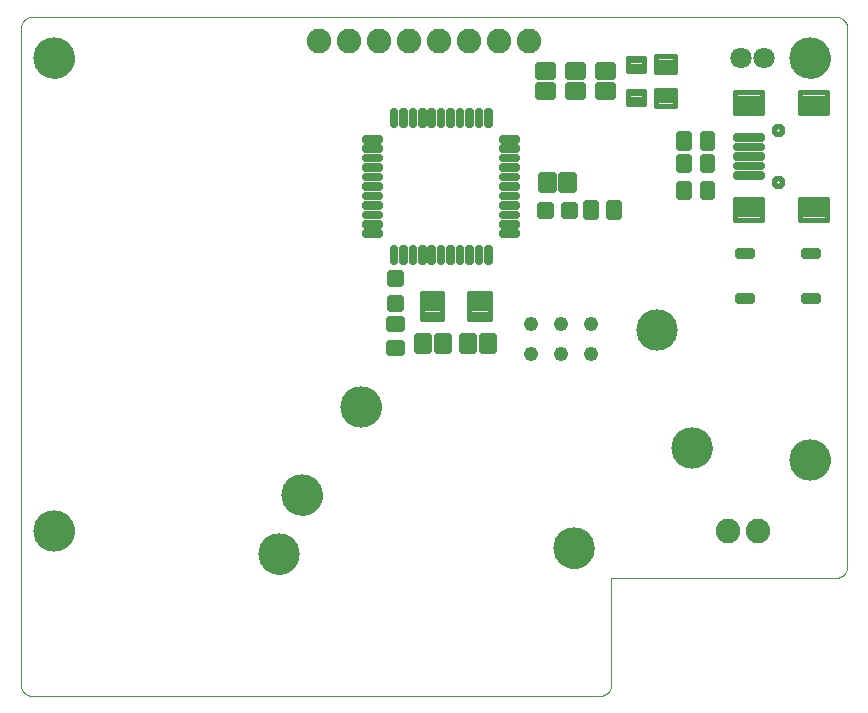
<source format=gbs>
G75*
%MOIN*%
%OFA0B0*%
%FSLAX25Y25*%
%IPPOS*%
%LPD*%
%AMOC8*
5,1,8,0,0,1.08239X$1,22.5*
%
%ADD10C,0.00000*%
%ADD11C,0.08200*%
%ADD12C,0.13800*%
%ADD13C,0.01898*%
%ADD14C,0.04808*%
%ADD15C,0.01775*%
%ADD16C,0.01835*%
%ADD17C,0.01830*%
%ADD18C,0.01735*%
%ADD19C,0.01614*%
%ADD20C,0.02242*%
%ADD21C,0.01878*%
%ADD22C,0.07099*%
%ADD23C,0.02014*%
D10*
X0005437Y0001500D02*
X0194413Y0001500D01*
X0194537Y0001502D01*
X0194660Y0001508D01*
X0194784Y0001517D01*
X0194906Y0001531D01*
X0195029Y0001548D01*
X0195151Y0001570D01*
X0195272Y0001595D01*
X0195392Y0001624D01*
X0195511Y0001656D01*
X0195630Y0001693D01*
X0195747Y0001733D01*
X0195862Y0001776D01*
X0195977Y0001824D01*
X0196089Y0001875D01*
X0196200Y0001929D01*
X0196310Y0001987D01*
X0196417Y0002048D01*
X0196523Y0002113D01*
X0196626Y0002181D01*
X0196727Y0002252D01*
X0196826Y0002326D01*
X0196923Y0002403D01*
X0197017Y0002484D01*
X0197108Y0002567D01*
X0197197Y0002653D01*
X0197283Y0002742D01*
X0197366Y0002833D01*
X0197447Y0002927D01*
X0197524Y0003024D01*
X0197598Y0003123D01*
X0197669Y0003224D01*
X0197737Y0003327D01*
X0197802Y0003433D01*
X0197863Y0003540D01*
X0197921Y0003650D01*
X0197975Y0003761D01*
X0198026Y0003873D01*
X0198074Y0003988D01*
X0198117Y0004103D01*
X0198157Y0004220D01*
X0198194Y0004339D01*
X0198226Y0004458D01*
X0198255Y0004578D01*
X0198280Y0004699D01*
X0198302Y0004821D01*
X0198319Y0004944D01*
X0198333Y0005066D01*
X0198342Y0005190D01*
X0198348Y0005313D01*
X0198350Y0005437D01*
X0198350Y0040870D01*
X0273154Y0040870D01*
X0273278Y0040872D01*
X0273401Y0040878D01*
X0273525Y0040887D01*
X0273647Y0040901D01*
X0273770Y0040918D01*
X0273892Y0040940D01*
X0274013Y0040965D01*
X0274133Y0040994D01*
X0274252Y0041026D01*
X0274371Y0041063D01*
X0274488Y0041103D01*
X0274603Y0041146D01*
X0274718Y0041194D01*
X0274830Y0041245D01*
X0274941Y0041299D01*
X0275051Y0041357D01*
X0275158Y0041418D01*
X0275264Y0041483D01*
X0275367Y0041551D01*
X0275468Y0041622D01*
X0275567Y0041696D01*
X0275664Y0041773D01*
X0275758Y0041854D01*
X0275849Y0041937D01*
X0275938Y0042023D01*
X0276024Y0042112D01*
X0276107Y0042203D01*
X0276188Y0042297D01*
X0276265Y0042394D01*
X0276339Y0042493D01*
X0276410Y0042594D01*
X0276478Y0042697D01*
X0276543Y0042803D01*
X0276604Y0042910D01*
X0276662Y0043020D01*
X0276716Y0043131D01*
X0276767Y0043243D01*
X0276815Y0043358D01*
X0276858Y0043473D01*
X0276898Y0043590D01*
X0276935Y0043709D01*
X0276967Y0043828D01*
X0276996Y0043948D01*
X0277021Y0044069D01*
X0277043Y0044191D01*
X0277060Y0044314D01*
X0277074Y0044436D01*
X0277083Y0044560D01*
X0277089Y0044683D01*
X0277091Y0044807D01*
X0277091Y0223941D01*
X0277089Y0224065D01*
X0277083Y0224188D01*
X0277074Y0224312D01*
X0277060Y0224434D01*
X0277043Y0224557D01*
X0277021Y0224679D01*
X0276996Y0224800D01*
X0276967Y0224920D01*
X0276935Y0225039D01*
X0276898Y0225158D01*
X0276858Y0225275D01*
X0276815Y0225390D01*
X0276767Y0225505D01*
X0276716Y0225617D01*
X0276662Y0225728D01*
X0276604Y0225838D01*
X0276543Y0225945D01*
X0276478Y0226051D01*
X0276410Y0226154D01*
X0276339Y0226255D01*
X0276265Y0226354D01*
X0276188Y0226451D01*
X0276107Y0226545D01*
X0276024Y0226636D01*
X0275938Y0226725D01*
X0275849Y0226811D01*
X0275758Y0226894D01*
X0275664Y0226975D01*
X0275567Y0227052D01*
X0275468Y0227126D01*
X0275367Y0227197D01*
X0275264Y0227265D01*
X0275158Y0227330D01*
X0275051Y0227391D01*
X0274941Y0227449D01*
X0274830Y0227503D01*
X0274718Y0227554D01*
X0274603Y0227602D01*
X0274488Y0227645D01*
X0274371Y0227685D01*
X0274252Y0227722D01*
X0274133Y0227754D01*
X0274013Y0227783D01*
X0273892Y0227808D01*
X0273770Y0227830D01*
X0273647Y0227847D01*
X0273525Y0227861D01*
X0273401Y0227870D01*
X0273278Y0227876D01*
X0273154Y0227878D01*
X0005437Y0227878D01*
X0005313Y0227876D01*
X0005190Y0227870D01*
X0005066Y0227861D01*
X0004944Y0227847D01*
X0004821Y0227830D01*
X0004699Y0227808D01*
X0004578Y0227783D01*
X0004458Y0227754D01*
X0004339Y0227722D01*
X0004220Y0227685D01*
X0004103Y0227645D01*
X0003988Y0227602D01*
X0003873Y0227554D01*
X0003761Y0227503D01*
X0003650Y0227449D01*
X0003540Y0227391D01*
X0003433Y0227330D01*
X0003327Y0227265D01*
X0003224Y0227197D01*
X0003123Y0227126D01*
X0003024Y0227052D01*
X0002927Y0226975D01*
X0002833Y0226894D01*
X0002742Y0226811D01*
X0002653Y0226725D01*
X0002567Y0226636D01*
X0002484Y0226545D01*
X0002403Y0226451D01*
X0002326Y0226354D01*
X0002252Y0226255D01*
X0002181Y0226154D01*
X0002113Y0226051D01*
X0002048Y0225945D01*
X0001987Y0225838D01*
X0001929Y0225728D01*
X0001875Y0225617D01*
X0001824Y0225505D01*
X0001776Y0225390D01*
X0001733Y0225275D01*
X0001693Y0225158D01*
X0001656Y0225039D01*
X0001624Y0224920D01*
X0001595Y0224800D01*
X0001570Y0224679D01*
X0001548Y0224557D01*
X0001531Y0224434D01*
X0001517Y0224312D01*
X0001508Y0224188D01*
X0001502Y0224065D01*
X0001500Y0223941D01*
X0001500Y0005437D01*
X0001502Y0005313D01*
X0001508Y0005190D01*
X0001517Y0005066D01*
X0001531Y0004944D01*
X0001548Y0004821D01*
X0001570Y0004699D01*
X0001595Y0004578D01*
X0001624Y0004458D01*
X0001656Y0004339D01*
X0001693Y0004220D01*
X0001733Y0004103D01*
X0001776Y0003988D01*
X0001824Y0003873D01*
X0001875Y0003761D01*
X0001929Y0003650D01*
X0001987Y0003540D01*
X0002048Y0003433D01*
X0002113Y0003327D01*
X0002181Y0003224D01*
X0002252Y0003123D01*
X0002326Y0003024D01*
X0002403Y0002927D01*
X0002484Y0002833D01*
X0002567Y0002742D01*
X0002653Y0002653D01*
X0002742Y0002567D01*
X0002833Y0002484D01*
X0002927Y0002403D01*
X0003024Y0002326D01*
X0003123Y0002252D01*
X0003224Y0002181D01*
X0003327Y0002113D01*
X0003433Y0002048D01*
X0003540Y0001987D01*
X0003650Y0001929D01*
X0003761Y0001875D01*
X0003873Y0001824D01*
X0003988Y0001776D01*
X0004103Y0001733D01*
X0004220Y0001693D01*
X0004339Y0001656D01*
X0004458Y0001624D01*
X0004578Y0001595D01*
X0004699Y0001570D01*
X0004821Y0001548D01*
X0004944Y0001531D01*
X0005066Y0001517D01*
X0005190Y0001508D01*
X0005313Y0001502D01*
X0005437Y0001500D01*
X0006220Y0056618D02*
X0006222Y0056779D01*
X0006228Y0056939D01*
X0006238Y0057100D01*
X0006252Y0057260D01*
X0006270Y0057420D01*
X0006291Y0057579D01*
X0006317Y0057738D01*
X0006347Y0057896D01*
X0006380Y0058053D01*
X0006418Y0058210D01*
X0006459Y0058365D01*
X0006504Y0058519D01*
X0006553Y0058672D01*
X0006606Y0058824D01*
X0006662Y0058975D01*
X0006723Y0059124D01*
X0006786Y0059272D01*
X0006854Y0059418D01*
X0006925Y0059562D01*
X0006999Y0059704D01*
X0007077Y0059845D01*
X0007159Y0059983D01*
X0007244Y0060120D01*
X0007332Y0060254D01*
X0007424Y0060386D01*
X0007519Y0060516D01*
X0007617Y0060644D01*
X0007718Y0060769D01*
X0007822Y0060891D01*
X0007929Y0061011D01*
X0008039Y0061128D01*
X0008152Y0061243D01*
X0008268Y0061354D01*
X0008387Y0061463D01*
X0008508Y0061568D01*
X0008632Y0061671D01*
X0008758Y0061771D01*
X0008886Y0061867D01*
X0009017Y0061960D01*
X0009151Y0062050D01*
X0009286Y0062137D01*
X0009424Y0062220D01*
X0009563Y0062300D01*
X0009705Y0062376D01*
X0009848Y0062449D01*
X0009993Y0062518D01*
X0010140Y0062584D01*
X0010288Y0062646D01*
X0010438Y0062704D01*
X0010589Y0062759D01*
X0010742Y0062810D01*
X0010896Y0062857D01*
X0011051Y0062900D01*
X0011207Y0062939D01*
X0011363Y0062975D01*
X0011521Y0063006D01*
X0011679Y0063034D01*
X0011838Y0063058D01*
X0011998Y0063078D01*
X0012158Y0063094D01*
X0012318Y0063106D01*
X0012479Y0063114D01*
X0012640Y0063118D01*
X0012800Y0063118D01*
X0012961Y0063114D01*
X0013122Y0063106D01*
X0013282Y0063094D01*
X0013442Y0063078D01*
X0013602Y0063058D01*
X0013761Y0063034D01*
X0013919Y0063006D01*
X0014077Y0062975D01*
X0014233Y0062939D01*
X0014389Y0062900D01*
X0014544Y0062857D01*
X0014698Y0062810D01*
X0014851Y0062759D01*
X0015002Y0062704D01*
X0015152Y0062646D01*
X0015300Y0062584D01*
X0015447Y0062518D01*
X0015592Y0062449D01*
X0015735Y0062376D01*
X0015877Y0062300D01*
X0016016Y0062220D01*
X0016154Y0062137D01*
X0016289Y0062050D01*
X0016423Y0061960D01*
X0016554Y0061867D01*
X0016682Y0061771D01*
X0016808Y0061671D01*
X0016932Y0061568D01*
X0017053Y0061463D01*
X0017172Y0061354D01*
X0017288Y0061243D01*
X0017401Y0061128D01*
X0017511Y0061011D01*
X0017618Y0060891D01*
X0017722Y0060769D01*
X0017823Y0060644D01*
X0017921Y0060516D01*
X0018016Y0060386D01*
X0018108Y0060254D01*
X0018196Y0060120D01*
X0018281Y0059983D01*
X0018363Y0059845D01*
X0018441Y0059704D01*
X0018515Y0059562D01*
X0018586Y0059418D01*
X0018654Y0059272D01*
X0018717Y0059124D01*
X0018778Y0058975D01*
X0018834Y0058824D01*
X0018887Y0058672D01*
X0018936Y0058519D01*
X0018981Y0058365D01*
X0019022Y0058210D01*
X0019060Y0058053D01*
X0019093Y0057896D01*
X0019123Y0057738D01*
X0019149Y0057579D01*
X0019170Y0057420D01*
X0019188Y0057260D01*
X0019202Y0057100D01*
X0019212Y0056939D01*
X0019218Y0056779D01*
X0019220Y0056618D01*
X0019218Y0056457D01*
X0019212Y0056297D01*
X0019202Y0056136D01*
X0019188Y0055976D01*
X0019170Y0055816D01*
X0019149Y0055657D01*
X0019123Y0055498D01*
X0019093Y0055340D01*
X0019060Y0055183D01*
X0019022Y0055026D01*
X0018981Y0054871D01*
X0018936Y0054717D01*
X0018887Y0054564D01*
X0018834Y0054412D01*
X0018778Y0054261D01*
X0018717Y0054112D01*
X0018654Y0053964D01*
X0018586Y0053818D01*
X0018515Y0053674D01*
X0018441Y0053532D01*
X0018363Y0053391D01*
X0018281Y0053253D01*
X0018196Y0053116D01*
X0018108Y0052982D01*
X0018016Y0052850D01*
X0017921Y0052720D01*
X0017823Y0052592D01*
X0017722Y0052467D01*
X0017618Y0052345D01*
X0017511Y0052225D01*
X0017401Y0052108D01*
X0017288Y0051993D01*
X0017172Y0051882D01*
X0017053Y0051773D01*
X0016932Y0051668D01*
X0016808Y0051565D01*
X0016682Y0051465D01*
X0016554Y0051369D01*
X0016423Y0051276D01*
X0016289Y0051186D01*
X0016154Y0051099D01*
X0016016Y0051016D01*
X0015877Y0050936D01*
X0015735Y0050860D01*
X0015592Y0050787D01*
X0015447Y0050718D01*
X0015300Y0050652D01*
X0015152Y0050590D01*
X0015002Y0050532D01*
X0014851Y0050477D01*
X0014698Y0050426D01*
X0014544Y0050379D01*
X0014389Y0050336D01*
X0014233Y0050297D01*
X0014077Y0050261D01*
X0013919Y0050230D01*
X0013761Y0050202D01*
X0013602Y0050178D01*
X0013442Y0050158D01*
X0013282Y0050142D01*
X0013122Y0050130D01*
X0012961Y0050122D01*
X0012800Y0050118D01*
X0012640Y0050118D01*
X0012479Y0050122D01*
X0012318Y0050130D01*
X0012158Y0050142D01*
X0011998Y0050158D01*
X0011838Y0050178D01*
X0011679Y0050202D01*
X0011521Y0050230D01*
X0011363Y0050261D01*
X0011207Y0050297D01*
X0011051Y0050336D01*
X0010896Y0050379D01*
X0010742Y0050426D01*
X0010589Y0050477D01*
X0010438Y0050532D01*
X0010288Y0050590D01*
X0010140Y0050652D01*
X0009993Y0050718D01*
X0009848Y0050787D01*
X0009705Y0050860D01*
X0009563Y0050936D01*
X0009424Y0051016D01*
X0009286Y0051099D01*
X0009151Y0051186D01*
X0009017Y0051276D01*
X0008886Y0051369D01*
X0008758Y0051465D01*
X0008632Y0051565D01*
X0008508Y0051668D01*
X0008387Y0051773D01*
X0008268Y0051882D01*
X0008152Y0051993D01*
X0008039Y0052108D01*
X0007929Y0052225D01*
X0007822Y0052345D01*
X0007718Y0052467D01*
X0007617Y0052592D01*
X0007519Y0052720D01*
X0007424Y0052850D01*
X0007332Y0052982D01*
X0007244Y0053116D01*
X0007159Y0053253D01*
X0007077Y0053391D01*
X0006999Y0053532D01*
X0006925Y0053674D01*
X0006854Y0053818D01*
X0006786Y0053964D01*
X0006723Y0054112D01*
X0006662Y0054261D01*
X0006606Y0054412D01*
X0006553Y0054564D01*
X0006504Y0054717D01*
X0006459Y0054871D01*
X0006418Y0055026D01*
X0006380Y0055183D01*
X0006347Y0055340D01*
X0006317Y0055498D01*
X0006291Y0055657D01*
X0006270Y0055816D01*
X0006252Y0055976D01*
X0006238Y0056136D01*
X0006228Y0056297D01*
X0006222Y0056457D01*
X0006220Y0056618D01*
X0081024Y0048744D02*
X0081026Y0048905D01*
X0081032Y0049065D01*
X0081042Y0049226D01*
X0081056Y0049386D01*
X0081074Y0049546D01*
X0081095Y0049705D01*
X0081121Y0049864D01*
X0081151Y0050022D01*
X0081184Y0050179D01*
X0081222Y0050336D01*
X0081263Y0050491D01*
X0081308Y0050645D01*
X0081357Y0050798D01*
X0081410Y0050950D01*
X0081466Y0051101D01*
X0081527Y0051250D01*
X0081590Y0051398D01*
X0081658Y0051544D01*
X0081729Y0051688D01*
X0081803Y0051830D01*
X0081881Y0051971D01*
X0081963Y0052109D01*
X0082048Y0052246D01*
X0082136Y0052380D01*
X0082228Y0052512D01*
X0082323Y0052642D01*
X0082421Y0052770D01*
X0082522Y0052895D01*
X0082626Y0053017D01*
X0082733Y0053137D01*
X0082843Y0053254D01*
X0082956Y0053369D01*
X0083072Y0053480D01*
X0083191Y0053589D01*
X0083312Y0053694D01*
X0083436Y0053797D01*
X0083562Y0053897D01*
X0083690Y0053993D01*
X0083821Y0054086D01*
X0083955Y0054176D01*
X0084090Y0054263D01*
X0084228Y0054346D01*
X0084367Y0054426D01*
X0084509Y0054502D01*
X0084652Y0054575D01*
X0084797Y0054644D01*
X0084944Y0054710D01*
X0085092Y0054772D01*
X0085242Y0054830D01*
X0085393Y0054885D01*
X0085546Y0054936D01*
X0085700Y0054983D01*
X0085855Y0055026D01*
X0086011Y0055065D01*
X0086167Y0055101D01*
X0086325Y0055132D01*
X0086483Y0055160D01*
X0086642Y0055184D01*
X0086802Y0055204D01*
X0086962Y0055220D01*
X0087122Y0055232D01*
X0087283Y0055240D01*
X0087444Y0055244D01*
X0087604Y0055244D01*
X0087765Y0055240D01*
X0087926Y0055232D01*
X0088086Y0055220D01*
X0088246Y0055204D01*
X0088406Y0055184D01*
X0088565Y0055160D01*
X0088723Y0055132D01*
X0088881Y0055101D01*
X0089037Y0055065D01*
X0089193Y0055026D01*
X0089348Y0054983D01*
X0089502Y0054936D01*
X0089655Y0054885D01*
X0089806Y0054830D01*
X0089956Y0054772D01*
X0090104Y0054710D01*
X0090251Y0054644D01*
X0090396Y0054575D01*
X0090539Y0054502D01*
X0090681Y0054426D01*
X0090820Y0054346D01*
X0090958Y0054263D01*
X0091093Y0054176D01*
X0091227Y0054086D01*
X0091358Y0053993D01*
X0091486Y0053897D01*
X0091612Y0053797D01*
X0091736Y0053694D01*
X0091857Y0053589D01*
X0091976Y0053480D01*
X0092092Y0053369D01*
X0092205Y0053254D01*
X0092315Y0053137D01*
X0092422Y0053017D01*
X0092526Y0052895D01*
X0092627Y0052770D01*
X0092725Y0052642D01*
X0092820Y0052512D01*
X0092912Y0052380D01*
X0093000Y0052246D01*
X0093085Y0052109D01*
X0093167Y0051971D01*
X0093245Y0051830D01*
X0093319Y0051688D01*
X0093390Y0051544D01*
X0093458Y0051398D01*
X0093521Y0051250D01*
X0093582Y0051101D01*
X0093638Y0050950D01*
X0093691Y0050798D01*
X0093740Y0050645D01*
X0093785Y0050491D01*
X0093826Y0050336D01*
X0093864Y0050179D01*
X0093897Y0050022D01*
X0093927Y0049864D01*
X0093953Y0049705D01*
X0093974Y0049546D01*
X0093992Y0049386D01*
X0094006Y0049226D01*
X0094016Y0049065D01*
X0094022Y0048905D01*
X0094024Y0048744D01*
X0094022Y0048583D01*
X0094016Y0048423D01*
X0094006Y0048262D01*
X0093992Y0048102D01*
X0093974Y0047942D01*
X0093953Y0047783D01*
X0093927Y0047624D01*
X0093897Y0047466D01*
X0093864Y0047309D01*
X0093826Y0047152D01*
X0093785Y0046997D01*
X0093740Y0046843D01*
X0093691Y0046690D01*
X0093638Y0046538D01*
X0093582Y0046387D01*
X0093521Y0046238D01*
X0093458Y0046090D01*
X0093390Y0045944D01*
X0093319Y0045800D01*
X0093245Y0045658D01*
X0093167Y0045517D01*
X0093085Y0045379D01*
X0093000Y0045242D01*
X0092912Y0045108D01*
X0092820Y0044976D01*
X0092725Y0044846D01*
X0092627Y0044718D01*
X0092526Y0044593D01*
X0092422Y0044471D01*
X0092315Y0044351D01*
X0092205Y0044234D01*
X0092092Y0044119D01*
X0091976Y0044008D01*
X0091857Y0043899D01*
X0091736Y0043794D01*
X0091612Y0043691D01*
X0091486Y0043591D01*
X0091358Y0043495D01*
X0091227Y0043402D01*
X0091093Y0043312D01*
X0090958Y0043225D01*
X0090820Y0043142D01*
X0090681Y0043062D01*
X0090539Y0042986D01*
X0090396Y0042913D01*
X0090251Y0042844D01*
X0090104Y0042778D01*
X0089956Y0042716D01*
X0089806Y0042658D01*
X0089655Y0042603D01*
X0089502Y0042552D01*
X0089348Y0042505D01*
X0089193Y0042462D01*
X0089037Y0042423D01*
X0088881Y0042387D01*
X0088723Y0042356D01*
X0088565Y0042328D01*
X0088406Y0042304D01*
X0088246Y0042284D01*
X0088086Y0042268D01*
X0087926Y0042256D01*
X0087765Y0042248D01*
X0087604Y0042244D01*
X0087444Y0042244D01*
X0087283Y0042248D01*
X0087122Y0042256D01*
X0086962Y0042268D01*
X0086802Y0042284D01*
X0086642Y0042304D01*
X0086483Y0042328D01*
X0086325Y0042356D01*
X0086167Y0042387D01*
X0086011Y0042423D01*
X0085855Y0042462D01*
X0085700Y0042505D01*
X0085546Y0042552D01*
X0085393Y0042603D01*
X0085242Y0042658D01*
X0085092Y0042716D01*
X0084944Y0042778D01*
X0084797Y0042844D01*
X0084652Y0042913D01*
X0084509Y0042986D01*
X0084367Y0043062D01*
X0084228Y0043142D01*
X0084090Y0043225D01*
X0083955Y0043312D01*
X0083821Y0043402D01*
X0083690Y0043495D01*
X0083562Y0043591D01*
X0083436Y0043691D01*
X0083312Y0043794D01*
X0083191Y0043899D01*
X0083072Y0044008D01*
X0082956Y0044119D01*
X0082843Y0044234D01*
X0082733Y0044351D01*
X0082626Y0044471D01*
X0082522Y0044593D01*
X0082421Y0044718D01*
X0082323Y0044846D01*
X0082228Y0044976D01*
X0082136Y0045108D01*
X0082048Y0045242D01*
X0081963Y0045379D01*
X0081881Y0045517D01*
X0081803Y0045658D01*
X0081729Y0045800D01*
X0081658Y0045944D01*
X0081590Y0046090D01*
X0081527Y0046238D01*
X0081466Y0046387D01*
X0081410Y0046538D01*
X0081357Y0046690D01*
X0081308Y0046843D01*
X0081263Y0046997D01*
X0081222Y0047152D01*
X0081184Y0047309D01*
X0081151Y0047466D01*
X0081121Y0047624D01*
X0081095Y0047783D01*
X0081074Y0047942D01*
X0081056Y0048102D01*
X0081042Y0048262D01*
X0081032Y0048423D01*
X0081026Y0048583D01*
X0081024Y0048744D01*
X0088898Y0068429D02*
X0088900Y0068590D01*
X0088906Y0068750D01*
X0088916Y0068911D01*
X0088930Y0069071D01*
X0088948Y0069231D01*
X0088969Y0069390D01*
X0088995Y0069549D01*
X0089025Y0069707D01*
X0089058Y0069864D01*
X0089096Y0070021D01*
X0089137Y0070176D01*
X0089182Y0070330D01*
X0089231Y0070483D01*
X0089284Y0070635D01*
X0089340Y0070786D01*
X0089401Y0070935D01*
X0089464Y0071083D01*
X0089532Y0071229D01*
X0089603Y0071373D01*
X0089677Y0071515D01*
X0089755Y0071656D01*
X0089837Y0071794D01*
X0089922Y0071931D01*
X0090010Y0072065D01*
X0090102Y0072197D01*
X0090197Y0072327D01*
X0090295Y0072455D01*
X0090396Y0072580D01*
X0090500Y0072702D01*
X0090607Y0072822D01*
X0090717Y0072939D01*
X0090830Y0073054D01*
X0090946Y0073165D01*
X0091065Y0073274D01*
X0091186Y0073379D01*
X0091310Y0073482D01*
X0091436Y0073582D01*
X0091564Y0073678D01*
X0091695Y0073771D01*
X0091829Y0073861D01*
X0091964Y0073948D01*
X0092102Y0074031D01*
X0092241Y0074111D01*
X0092383Y0074187D01*
X0092526Y0074260D01*
X0092671Y0074329D01*
X0092818Y0074395D01*
X0092966Y0074457D01*
X0093116Y0074515D01*
X0093267Y0074570D01*
X0093420Y0074621D01*
X0093574Y0074668D01*
X0093729Y0074711D01*
X0093885Y0074750D01*
X0094041Y0074786D01*
X0094199Y0074817D01*
X0094357Y0074845D01*
X0094516Y0074869D01*
X0094676Y0074889D01*
X0094836Y0074905D01*
X0094996Y0074917D01*
X0095157Y0074925D01*
X0095318Y0074929D01*
X0095478Y0074929D01*
X0095639Y0074925D01*
X0095800Y0074917D01*
X0095960Y0074905D01*
X0096120Y0074889D01*
X0096280Y0074869D01*
X0096439Y0074845D01*
X0096597Y0074817D01*
X0096755Y0074786D01*
X0096911Y0074750D01*
X0097067Y0074711D01*
X0097222Y0074668D01*
X0097376Y0074621D01*
X0097529Y0074570D01*
X0097680Y0074515D01*
X0097830Y0074457D01*
X0097978Y0074395D01*
X0098125Y0074329D01*
X0098270Y0074260D01*
X0098413Y0074187D01*
X0098555Y0074111D01*
X0098694Y0074031D01*
X0098832Y0073948D01*
X0098967Y0073861D01*
X0099101Y0073771D01*
X0099232Y0073678D01*
X0099360Y0073582D01*
X0099486Y0073482D01*
X0099610Y0073379D01*
X0099731Y0073274D01*
X0099850Y0073165D01*
X0099966Y0073054D01*
X0100079Y0072939D01*
X0100189Y0072822D01*
X0100296Y0072702D01*
X0100400Y0072580D01*
X0100501Y0072455D01*
X0100599Y0072327D01*
X0100694Y0072197D01*
X0100786Y0072065D01*
X0100874Y0071931D01*
X0100959Y0071794D01*
X0101041Y0071656D01*
X0101119Y0071515D01*
X0101193Y0071373D01*
X0101264Y0071229D01*
X0101332Y0071083D01*
X0101395Y0070935D01*
X0101456Y0070786D01*
X0101512Y0070635D01*
X0101565Y0070483D01*
X0101614Y0070330D01*
X0101659Y0070176D01*
X0101700Y0070021D01*
X0101738Y0069864D01*
X0101771Y0069707D01*
X0101801Y0069549D01*
X0101827Y0069390D01*
X0101848Y0069231D01*
X0101866Y0069071D01*
X0101880Y0068911D01*
X0101890Y0068750D01*
X0101896Y0068590D01*
X0101898Y0068429D01*
X0101896Y0068268D01*
X0101890Y0068108D01*
X0101880Y0067947D01*
X0101866Y0067787D01*
X0101848Y0067627D01*
X0101827Y0067468D01*
X0101801Y0067309D01*
X0101771Y0067151D01*
X0101738Y0066994D01*
X0101700Y0066837D01*
X0101659Y0066682D01*
X0101614Y0066528D01*
X0101565Y0066375D01*
X0101512Y0066223D01*
X0101456Y0066072D01*
X0101395Y0065923D01*
X0101332Y0065775D01*
X0101264Y0065629D01*
X0101193Y0065485D01*
X0101119Y0065343D01*
X0101041Y0065202D01*
X0100959Y0065064D01*
X0100874Y0064927D01*
X0100786Y0064793D01*
X0100694Y0064661D01*
X0100599Y0064531D01*
X0100501Y0064403D01*
X0100400Y0064278D01*
X0100296Y0064156D01*
X0100189Y0064036D01*
X0100079Y0063919D01*
X0099966Y0063804D01*
X0099850Y0063693D01*
X0099731Y0063584D01*
X0099610Y0063479D01*
X0099486Y0063376D01*
X0099360Y0063276D01*
X0099232Y0063180D01*
X0099101Y0063087D01*
X0098967Y0062997D01*
X0098832Y0062910D01*
X0098694Y0062827D01*
X0098555Y0062747D01*
X0098413Y0062671D01*
X0098270Y0062598D01*
X0098125Y0062529D01*
X0097978Y0062463D01*
X0097830Y0062401D01*
X0097680Y0062343D01*
X0097529Y0062288D01*
X0097376Y0062237D01*
X0097222Y0062190D01*
X0097067Y0062147D01*
X0096911Y0062108D01*
X0096755Y0062072D01*
X0096597Y0062041D01*
X0096439Y0062013D01*
X0096280Y0061989D01*
X0096120Y0061969D01*
X0095960Y0061953D01*
X0095800Y0061941D01*
X0095639Y0061933D01*
X0095478Y0061929D01*
X0095318Y0061929D01*
X0095157Y0061933D01*
X0094996Y0061941D01*
X0094836Y0061953D01*
X0094676Y0061969D01*
X0094516Y0061989D01*
X0094357Y0062013D01*
X0094199Y0062041D01*
X0094041Y0062072D01*
X0093885Y0062108D01*
X0093729Y0062147D01*
X0093574Y0062190D01*
X0093420Y0062237D01*
X0093267Y0062288D01*
X0093116Y0062343D01*
X0092966Y0062401D01*
X0092818Y0062463D01*
X0092671Y0062529D01*
X0092526Y0062598D01*
X0092383Y0062671D01*
X0092241Y0062747D01*
X0092102Y0062827D01*
X0091964Y0062910D01*
X0091829Y0062997D01*
X0091695Y0063087D01*
X0091564Y0063180D01*
X0091436Y0063276D01*
X0091310Y0063376D01*
X0091186Y0063479D01*
X0091065Y0063584D01*
X0090946Y0063693D01*
X0090830Y0063804D01*
X0090717Y0063919D01*
X0090607Y0064036D01*
X0090500Y0064156D01*
X0090396Y0064278D01*
X0090295Y0064403D01*
X0090197Y0064531D01*
X0090102Y0064661D01*
X0090010Y0064793D01*
X0089922Y0064927D01*
X0089837Y0065064D01*
X0089755Y0065202D01*
X0089677Y0065343D01*
X0089603Y0065485D01*
X0089532Y0065629D01*
X0089464Y0065775D01*
X0089401Y0065923D01*
X0089340Y0066072D01*
X0089284Y0066223D01*
X0089231Y0066375D01*
X0089182Y0066528D01*
X0089137Y0066682D01*
X0089096Y0066837D01*
X0089058Y0066994D01*
X0089025Y0067151D01*
X0088995Y0067309D01*
X0088969Y0067468D01*
X0088948Y0067627D01*
X0088930Y0067787D01*
X0088916Y0067947D01*
X0088906Y0068108D01*
X0088900Y0068268D01*
X0088898Y0068429D01*
X0108583Y0097957D02*
X0108585Y0098118D01*
X0108591Y0098278D01*
X0108601Y0098439D01*
X0108615Y0098599D01*
X0108633Y0098759D01*
X0108654Y0098918D01*
X0108680Y0099077D01*
X0108710Y0099235D01*
X0108743Y0099392D01*
X0108781Y0099549D01*
X0108822Y0099704D01*
X0108867Y0099858D01*
X0108916Y0100011D01*
X0108969Y0100163D01*
X0109025Y0100314D01*
X0109086Y0100463D01*
X0109149Y0100611D01*
X0109217Y0100757D01*
X0109288Y0100901D01*
X0109362Y0101043D01*
X0109440Y0101184D01*
X0109522Y0101322D01*
X0109607Y0101459D01*
X0109695Y0101593D01*
X0109787Y0101725D01*
X0109882Y0101855D01*
X0109980Y0101983D01*
X0110081Y0102108D01*
X0110185Y0102230D01*
X0110292Y0102350D01*
X0110402Y0102467D01*
X0110515Y0102582D01*
X0110631Y0102693D01*
X0110750Y0102802D01*
X0110871Y0102907D01*
X0110995Y0103010D01*
X0111121Y0103110D01*
X0111249Y0103206D01*
X0111380Y0103299D01*
X0111514Y0103389D01*
X0111649Y0103476D01*
X0111787Y0103559D01*
X0111926Y0103639D01*
X0112068Y0103715D01*
X0112211Y0103788D01*
X0112356Y0103857D01*
X0112503Y0103923D01*
X0112651Y0103985D01*
X0112801Y0104043D01*
X0112952Y0104098D01*
X0113105Y0104149D01*
X0113259Y0104196D01*
X0113414Y0104239D01*
X0113570Y0104278D01*
X0113726Y0104314D01*
X0113884Y0104345D01*
X0114042Y0104373D01*
X0114201Y0104397D01*
X0114361Y0104417D01*
X0114521Y0104433D01*
X0114681Y0104445D01*
X0114842Y0104453D01*
X0115003Y0104457D01*
X0115163Y0104457D01*
X0115324Y0104453D01*
X0115485Y0104445D01*
X0115645Y0104433D01*
X0115805Y0104417D01*
X0115965Y0104397D01*
X0116124Y0104373D01*
X0116282Y0104345D01*
X0116440Y0104314D01*
X0116596Y0104278D01*
X0116752Y0104239D01*
X0116907Y0104196D01*
X0117061Y0104149D01*
X0117214Y0104098D01*
X0117365Y0104043D01*
X0117515Y0103985D01*
X0117663Y0103923D01*
X0117810Y0103857D01*
X0117955Y0103788D01*
X0118098Y0103715D01*
X0118240Y0103639D01*
X0118379Y0103559D01*
X0118517Y0103476D01*
X0118652Y0103389D01*
X0118786Y0103299D01*
X0118917Y0103206D01*
X0119045Y0103110D01*
X0119171Y0103010D01*
X0119295Y0102907D01*
X0119416Y0102802D01*
X0119535Y0102693D01*
X0119651Y0102582D01*
X0119764Y0102467D01*
X0119874Y0102350D01*
X0119981Y0102230D01*
X0120085Y0102108D01*
X0120186Y0101983D01*
X0120284Y0101855D01*
X0120379Y0101725D01*
X0120471Y0101593D01*
X0120559Y0101459D01*
X0120644Y0101322D01*
X0120726Y0101184D01*
X0120804Y0101043D01*
X0120878Y0100901D01*
X0120949Y0100757D01*
X0121017Y0100611D01*
X0121080Y0100463D01*
X0121141Y0100314D01*
X0121197Y0100163D01*
X0121250Y0100011D01*
X0121299Y0099858D01*
X0121344Y0099704D01*
X0121385Y0099549D01*
X0121423Y0099392D01*
X0121456Y0099235D01*
X0121486Y0099077D01*
X0121512Y0098918D01*
X0121533Y0098759D01*
X0121551Y0098599D01*
X0121565Y0098439D01*
X0121575Y0098278D01*
X0121581Y0098118D01*
X0121583Y0097957D01*
X0121581Y0097796D01*
X0121575Y0097636D01*
X0121565Y0097475D01*
X0121551Y0097315D01*
X0121533Y0097155D01*
X0121512Y0096996D01*
X0121486Y0096837D01*
X0121456Y0096679D01*
X0121423Y0096522D01*
X0121385Y0096365D01*
X0121344Y0096210D01*
X0121299Y0096056D01*
X0121250Y0095903D01*
X0121197Y0095751D01*
X0121141Y0095600D01*
X0121080Y0095451D01*
X0121017Y0095303D01*
X0120949Y0095157D01*
X0120878Y0095013D01*
X0120804Y0094871D01*
X0120726Y0094730D01*
X0120644Y0094592D01*
X0120559Y0094455D01*
X0120471Y0094321D01*
X0120379Y0094189D01*
X0120284Y0094059D01*
X0120186Y0093931D01*
X0120085Y0093806D01*
X0119981Y0093684D01*
X0119874Y0093564D01*
X0119764Y0093447D01*
X0119651Y0093332D01*
X0119535Y0093221D01*
X0119416Y0093112D01*
X0119295Y0093007D01*
X0119171Y0092904D01*
X0119045Y0092804D01*
X0118917Y0092708D01*
X0118786Y0092615D01*
X0118652Y0092525D01*
X0118517Y0092438D01*
X0118379Y0092355D01*
X0118240Y0092275D01*
X0118098Y0092199D01*
X0117955Y0092126D01*
X0117810Y0092057D01*
X0117663Y0091991D01*
X0117515Y0091929D01*
X0117365Y0091871D01*
X0117214Y0091816D01*
X0117061Y0091765D01*
X0116907Y0091718D01*
X0116752Y0091675D01*
X0116596Y0091636D01*
X0116440Y0091600D01*
X0116282Y0091569D01*
X0116124Y0091541D01*
X0115965Y0091517D01*
X0115805Y0091497D01*
X0115645Y0091481D01*
X0115485Y0091469D01*
X0115324Y0091461D01*
X0115163Y0091457D01*
X0115003Y0091457D01*
X0114842Y0091461D01*
X0114681Y0091469D01*
X0114521Y0091481D01*
X0114361Y0091497D01*
X0114201Y0091517D01*
X0114042Y0091541D01*
X0113884Y0091569D01*
X0113726Y0091600D01*
X0113570Y0091636D01*
X0113414Y0091675D01*
X0113259Y0091718D01*
X0113105Y0091765D01*
X0112952Y0091816D01*
X0112801Y0091871D01*
X0112651Y0091929D01*
X0112503Y0091991D01*
X0112356Y0092057D01*
X0112211Y0092126D01*
X0112068Y0092199D01*
X0111926Y0092275D01*
X0111787Y0092355D01*
X0111649Y0092438D01*
X0111514Y0092525D01*
X0111380Y0092615D01*
X0111249Y0092708D01*
X0111121Y0092804D01*
X0110995Y0092904D01*
X0110871Y0093007D01*
X0110750Y0093112D01*
X0110631Y0093221D01*
X0110515Y0093332D01*
X0110402Y0093447D01*
X0110292Y0093564D01*
X0110185Y0093684D01*
X0110081Y0093806D01*
X0109980Y0093931D01*
X0109882Y0094059D01*
X0109787Y0094189D01*
X0109695Y0094321D01*
X0109607Y0094455D01*
X0109522Y0094592D01*
X0109440Y0094730D01*
X0109362Y0094871D01*
X0109288Y0095013D01*
X0109217Y0095157D01*
X0109149Y0095303D01*
X0109086Y0095451D01*
X0109025Y0095600D01*
X0108969Y0095751D01*
X0108916Y0095903D01*
X0108867Y0096056D01*
X0108822Y0096210D01*
X0108781Y0096365D01*
X0108743Y0096522D01*
X0108710Y0096679D01*
X0108680Y0096837D01*
X0108654Y0096996D01*
X0108633Y0097155D01*
X0108615Y0097315D01*
X0108601Y0097475D01*
X0108591Y0097636D01*
X0108585Y0097796D01*
X0108583Y0097957D01*
X0179449Y0050713D02*
X0179451Y0050874D01*
X0179457Y0051034D01*
X0179467Y0051195D01*
X0179481Y0051355D01*
X0179499Y0051515D01*
X0179520Y0051674D01*
X0179546Y0051833D01*
X0179576Y0051991D01*
X0179609Y0052148D01*
X0179647Y0052305D01*
X0179688Y0052460D01*
X0179733Y0052614D01*
X0179782Y0052767D01*
X0179835Y0052919D01*
X0179891Y0053070D01*
X0179952Y0053219D01*
X0180015Y0053367D01*
X0180083Y0053513D01*
X0180154Y0053657D01*
X0180228Y0053799D01*
X0180306Y0053940D01*
X0180388Y0054078D01*
X0180473Y0054215D01*
X0180561Y0054349D01*
X0180653Y0054481D01*
X0180748Y0054611D01*
X0180846Y0054739D01*
X0180947Y0054864D01*
X0181051Y0054986D01*
X0181158Y0055106D01*
X0181268Y0055223D01*
X0181381Y0055338D01*
X0181497Y0055449D01*
X0181616Y0055558D01*
X0181737Y0055663D01*
X0181861Y0055766D01*
X0181987Y0055866D01*
X0182115Y0055962D01*
X0182246Y0056055D01*
X0182380Y0056145D01*
X0182515Y0056232D01*
X0182653Y0056315D01*
X0182792Y0056395D01*
X0182934Y0056471D01*
X0183077Y0056544D01*
X0183222Y0056613D01*
X0183369Y0056679D01*
X0183517Y0056741D01*
X0183667Y0056799D01*
X0183818Y0056854D01*
X0183971Y0056905D01*
X0184125Y0056952D01*
X0184280Y0056995D01*
X0184436Y0057034D01*
X0184592Y0057070D01*
X0184750Y0057101D01*
X0184908Y0057129D01*
X0185067Y0057153D01*
X0185227Y0057173D01*
X0185387Y0057189D01*
X0185547Y0057201D01*
X0185708Y0057209D01*
X0185869Y0057213D01*
X0186029Y0057213D01*
X0186190Y0057209D01*
X0186351Y0057201D01*
X0186511Y0057189D01*
X0186671Y0057173D01*
X0186831Y0057153D01*
X0186990Y0057129D01*
X0187148Y0057101D01*
X0187306Y0057070D01*
X0187462Y0057034D01*
X0187618Y0056995D01*
X0187773Y0056952D01*
X0187927Y0056905D01*
X0188080Y0056854D01*
X0188231Y0056799D01*
X0188381Y0056741D01*
X0188529Y0056679D01*
X0188676Y0056613D01*
X0188821Y0056544D01*
X0188964Y0056471D01*
X0189106Y0056395D01*
X0189245Y0056315D01*
X0189383Y0056232D01*
X0189518Y0056145D01*
X0189652Y0056055D01*
X0189783Y0055962D01*
X0189911Y0055866D01*
X0190037Y0055766D01*
X0190161Y0055663D01*
X0190282Y0055558D01*
X0190401Y0055449D01*
X0190517Y0055338D01*
X0190630Y0055223D01*
X0190740Y0055106D01*
X0190847Y0054986D01*
X0190951Y0054864D01*
X0191052Y0054739D01*
X0191150Y0054611D01*
X0191245Y0054481D01*
X0191337Y0054349D01*
X0191425Y0054215D01*
X0191510Y0054078D01*
X0191592Y0053940D01*
X0191670Y0053799D01*
X0191744Y0053657D01*
X0191815Y0053513D01*
X0191883Y0053367D01*
X0191946Y0053219D01*
X0192007Y0053070D01*
X0192063Y0052919D01*
X0192116Y0052767D01*
X0192165Y0052614D01*
X0192210Y0052460D01*
X0192251Y0052305D01*
X0192289Y0052148D01*
X0192322Y0051991D01*
X0192352Y0051833D01*
X0192378Y0051674D01*
X0192399Y0051515D01*
X0192417Y0051355D01*
X0192431Y0051195D01*
X0192441Y0051034D01*
X0192447Y0050874D01*
X0192449Y0050713D01*
X0192447Y0050552D01*
X0192441Y0050392D01*
X0192431Y0050231D01*
X0192417Y0050071D01*
X0192399Y0049911D01*
X0192378Y0049752D01*
X0192352Y0049593D01*
X0192322Y0049435D01*
X0192289Y0049278D01*
X0192251Y0049121D01*
X0192210Y0048966D01*
X0192165Y0048812D01*
X0192116Y0048659D01*
X0192063Y0048507D01*
X0192007Y0048356D01*
X0191946Y0048207D01*
X0191883Y0048059D01*
X0191815Y0047913D01*
X0191744Y0047769D01*
X0191670Y0047627D01*
X0191592Y0047486D01*
X0191510Y0047348D01*
X0191425Y0047211D01*
X0191337Y0047077D01*
X0191245Y0046945D01*
X0191150Y0046815D01*
X0191052Y0046687D01*
X0190951Y0046562D01*
X0190847Y0046440D01*
X0190740Y0046320D01*
X0190630Y0046203D01*
X0190517Y0046088D01*
X0190401Y0045977D01*
X0190282Y0045868D01*
X0190161Y0045763D01*
X0190037Y0045660D01*
X0189911Y0045560D01*
X0189783Y0045464D01*
X0189652Y0045371D01*
X0189518Y0045281D01*
X0189383Y0045194D01*
X0189245Y0045111D01*
X0189106Y0045031D01*
X0188964Y0044955D01*
X0188821Y0044882D01*
X0188676Y0044813D01*
X0188529Y0044747D01*
X0188381Y0044685D01*
X0188231Y0044627D01*
X0188080Y0044572D01*
X0187927Y0044521D01*
X0187773Y0044474D01*
X0187618Y0044431D01*
X0187462Y0044392D01*
X0187306Y0044356D01*
X0187148Y0044325D01*
X0186990Y0044297D01*
X0186831Y0044273D01*
X0186671Y0044253D01*
X0186511Y0044237D01*
X0186351Y0044225D01*
X0186190Y0044217D01*
X0186029Y0044213D01*
X0185869Y0044213D01*
X0185708Y0044217D01*
X0185547Y0044225D01*
X0185387Y0044237D01*
X0185227Y0044253D01*
X0185067Y0044273D01*
X0184908Y0044297D01*
X0184750Y0044325D01*
X0184592Y0044356D01*
X0184436Y0044392D01*
X0184280Y0044431D01*
X0184125Y0044474D01*
X0183971Y0044521D01*
X0183818Y0044572D01*
X0183667Y0044627D01*
X0183517Y0044685D01*
X0183369Y0044747D01*
X0183222Y0044813D01*
X0183077Y0044882D01*
X0182934Y0044955D01*
X0182792Y0045031D01*
X0182653Y0045111D01*
X0182515Y0045194D01*
X0182380Y0045281D01*
X0182246Y0045371D01*
X0182115Y0045464D01*
X0181987Y0045560D01*
X0181861Y0045660D01*
X0181737Y0045763D01*
X0181616Y0045868D01*
X0181497Y0045977D01*
X0181381Y0046088D01*
X0181268Y0046203D01*
X0181158Y0046320D01*
X0181051Y0046440D01*
X0180947Y0046562D01*
X0180846Y0046687D01*
X0180748Y0046815D01*
X0180653Y0046945D01*
X0180561Y0047077D01*
X0180473Y0047211D01*
X0180388Y0047348D01*
X0180306Y0047486D01*
X0180228Y0047627D01*
X0180154Y0047769D01*
X0180083Y0047913D01*
X0180015Y0048059D01*
X0179952Y0048207D01*
X0179891Y0048356D01*
X0179835Y0048507D01*
X0179782Y0048659D01*
X0179733Y0048812D01*
X0179688Y0048966D01*
X0179647Y0049121D01*
X0179609Y0049278D01*
X0179576Y0049435D01*
X0179546Y0049593D01*
X0179520Y0049752D01*
X0179499Y0049911D01*
X0179481Y0050071D01*
X0179467Y0050231D01*
X0179457Y0050392D01*
X0179451Y0050552D01*
X0179449Y0050713D01*
X0218819Y0084177D02*
X0218821Y0084338D01*
X0218827Y0084498D01*
X0218837Y0084659D01*
X0218851Y0084819D01*
X0218869Y0084979D01*
X0218890Y0085138D01*
X0218916Y0085297D01*
X0218946Y0085455D01*
X0218979Y0085612D01*
X0219017Y0085769D01*
X0219058Y0085924D01*
X0219103Y0086078D01*
X0219152Y0086231D01*
X0219205Y0086383D01*
X0219261Y0086534D01*
X0219322Y0086683D01*
X0219385Y0086831D01*
X0219453Y0086977D01*
X0219524Y0087121D01*
X0219598Y0087263D01*
X0219676Y0087404D01*
X0219758Y0087542D01*
X0219843Y0087679D01*
X0219931Y0087813D01*
X0220023Y0087945D01*
X0220118Y0088075D01*
X0220216Y0088203D01*
X0220317Y0088328D01*
X0220421Y0088450D01*
X0220528Y0088570D01*
X0220638Y0088687D01*
X0220751Y0088802D01*
X0220867Y0088913D01*
X0220986Y0089022D01*
X0221107Y0089127D01*
X0221231Y0089230D01*
X0221357Y0089330D01*
X0221485Y0089426D01*
X0221616Y0089519D01*
X0221750Y0089609D01*
X0221885Y0089696D01*
X0222023Y0089779D01*
X0222162Y0089859D01*
X0222304Y0089935D01*
X0222447Y0090008D01*
X0222592Y0090077D01*
X0222739Y0090143D01*
X0222887Y0090205D01*
X0223037Y0090263D01*
X0223188Y0090318D01*
X0223341Y0090369D01*
X0223495Y0090416D01*
X0223650Y0090459D01*
X0223806Y0090498D01*
X0223962Y0090534D01*
X0224120Y0090565D01*
X0224278Y0090593D01*
X0224437Y0090617D01*
X0224597Y0090637D01*
X0224757Y0090653D01*
X0224917Y0090665D01*
X0225078Y0090673D01*
X0225239Y0090677D01*
X0225399Y0090677D01*
X0225560Y0090673D01*
X0225721Y0090665D01*
X0225881Y0090653D01*
X0226041Y0090637D01*
X0226201Y0090617D01*
X0226360Y0090593D01*
X0226518Y0090565D01*
X0226676Y0090534D01*
X0226832Y0090498D01*
X0226988Y0090459D01*
X0227143Y0090416D01*
X0227297Y0090369D01*
X0227450Y0090318D01*
X0227601Y0090263D01*
X0227751Y0090205D01*
X0227899Y0090143D01*
X0228046Y0090077D01*
X0228191Y0090008D01*
X0228334Y0089935D01*
X0228476Y0089859D01*
X0228615Y0089779D01*
X0228753Y0089696D01*
X0228888Y0089609D01*
X0229022Y0089519D01*
X0229153Y0089426D01*
X0229281Y0089330D01*
X0229407Y0089230D01*
X0229531Y0089127D01*
X0229652Y0089022D01*
X0229771Y0088913D01*
X0229887Y0088802D01*
X0230000Y0088687D01*
X0230110Y0088570D01*
X0230217Y0088450D01*
X0230321Y0088328D01*
X0230422Y0088203D01*
X0230520Y0088075D01*
X0230615Y0087945D01*
X0230707Y0087813D01*
X0230795Y0087679D01*
X0230880Y0087542D01*
X0230962Y0087404D01*
X0231040Y0087263D01*
X0231114Y0087121D01*
X0231185Y0086977D01*
X0231253Y0086831D01*
X0231316Y0086683D01*
X0231377Y0086534D01*
X0231433Y0086383D01*
X0231486Y0086231D01*
X0231535Y0086078D01*
X0231580Y0085924D01*
X0231621Y0085769D01*
X0231659Y0085612D01*
X0231692Y0085455D01*
X0231722Y0085297D01*
X0231748Y0085138D01*
X0231769Y0084979D01*
X0231787Y0084819D01*
X0231801Y0084659D01*
X0231811Y0084498D01*
X0231817Y0084338D01*
X0231819Y0084177D01*
X0231817Y0084016D01*
X0231811Y0083856D01*
X0231801Y0083695D01*
X0231787Y0083535D01*
X0231769Y0083375D01*
X0231748Y0083216D01*
X0231722Y0083057D01*
X0231692Y0082899D01*
X0231659Y0082742D01*
X0231621Y0082585D01*
X0231580Y0082430D01*
X0231535Y0082276D01*
X0231486Y0082123D01*
X0231433Y0081971D01*
X0231377Y0081820D01*
X0231316Y0081671D01*
X0231253Y0081523D01*
X0231185Y0081377D01*
X0231114Y0081233D01*
X0231040Y0081091D01*
X0230962Y0080950D01*
X0230880Y0080812D01*
X0230795Y0080675D01*
X0230707Y0080541D01*
X0230615Y0080409D01*
X0230520Y0080279D01*
X0230422Y0080151D01*
X0230321Y0080026D01*
X0230217Y0079904D01*
X0230110Y0079784D01*
X0230000Y0079667D01*
X0229887Y0079552D01*
X0229771Y0079441D01*
X0229652Y0079332D01*
X0229531Y0079227D01*
X0229407Y0079124D01*
X0229281Y0079024D01*
X0229153Y0078928D01*
X0229022Y0078835D01*
X0228888Y0078745D01*
X0228753Y0078658D01*
X0228615Y0078575D01*
X0228476Y0078495D01*
X0228334Y0078419D01*
X0228191Y0078346D01*
X0228046Y0078277D01*
X0227899Y0078211D01*
X0227751Y0078149D01*
X0227601Y0078091D01*
X0227450Y0078036D01*
X0227297Y0077985D01*
X0227143Y0077938D01*
X0226988Y0077895D01*
X0226832Y0077856D01*
X0226676Y0077820D01*
X0226518Y0077789D01*
X0226360Y0077761D01*
X0226201Y0077737D01*
X0226041Y0077717D01*
X0225881Y0077701D01*
X0225721Y0077689D01*
X0225560Y0077681D01*
X0225399Y0077677D01*
X0225239Y0077677D01*
X0225078Y0077681D01*
X0224917Y0077689D01*
X0224757Y0077701D01*
X0224597Y0077717D01*
X0224437Y0077737D01*
X0224278Y0077761D01*
X0224120Y0077789D01*
X0223962Y0077820D01*
X0223806Y0077856D01*
X0223650Y0077895D01*
X0223495Y0077938D01*
X0223341Y0077985D01*
X0223188Y0078036D01*
X0223037Y0078091D01*
X0222887Y0078149D01*
X0222739Y0078211D01*
X0222592Y0078277D01*
X0222447Y0078346D01*
X0222304Y0078419D01*
X0222162Y0078495D01*
X0222023Y0078575D01*
X0221885Y0078658D01*
X0221750Y0078745D01*
X0221616Y0078835D01*
X0221485Y0078928D01*
X0221357Y0079024D01*
X0221231Y0079124D01*
X0221107Y0079227D01*
X0220986Y0079332D01*
X0220867Y0079441D01*
X0220751Y0079552D01*
X0220638Y0079667D01*
X0220528Y0079784D01*
X0220421Y0079904D01*
X0220317Y0080026D01*
X0220216Y0080151D01*
X0220118Y0080279D01*
X0220023Y0080409D01*
X0219931Y0080541D01*
X0219843Y0080675D01*
X0219758Y0080812D01*
X0219676Y0080950D01*
X0219598Y0081091D01*
X0219524Y0081233D01*
X0219453Y0081377D01*
X0219385Y0081523D01*
X0219322Y0081671D01*
X0219261Y0081820D01*
X0219205Y0081971D01*
X0219152Y0082123D01*
X0219103Y0082276D01*
X0219058Y0082430D01*
X0219017Y0082585D01*
X0218979Y0082742D01*
X0218946Y0082899D01*
X0218916Y0083057D01*
X0218890Y0083216D01*
X0218869Y0083375D01*
X0218851Y0083535D01*
X0218837Y0083695D01*
X0218827Y0083856D01*
X0218821Y0084016D01*
X0218819Y0084177D01*
X0258189Y0080240D02*
X0258191Y0080401D01*
X0258197Y0080561D01*
X0258207Y0080722D01*
X0258221Y0080882D01*
X0258239Y0081042D01*
X0258260Y0081201D01*
X0258286Y0081360D01*
X0258316Y0081518D01*
X0258349Y0081675D01*
X0258387Y0081832D01*
X0258428Y0081987D01*
X0258473Y0082141D01*
X0258522Y0082294D01*
X0258575Y0082446D01*
X0258631Y0082597D01*
X0258692Y0082746D01*
X0258755Y0082894D01*
X0258823Y0083040D01*
X0258894Y0083184D01*
X0258968Y0083326D01*
X0259046Y0083467D01*
X0259128Y0083605D01*
X0259213Y0083742D01*
X0259301Y0083876D01*
X0259393Y0084008D01*
X0259488Y0084138D01*
X0259586Y0084266D01*
X0259687Y0084391D01*
X0259791Y0084513D01*
X0259898Y0084633D01*
X0260008Y0084750D01*
X0260121Y0084865D01*
X0260237Y0084976D01*
X0260356Y0085085D01*
X0260477Y0085190D01*
X0260601Y0085293D01*
X0260727Y0085393D01*
X0260855Y0085489D01*
X0260986Y0085582D01*
X0261120Y0085672D01*
X0261255Y0085759D01*
X0261393Y0085842D01*
X0261532Y0085922D01*
X0261674Y0085998D01*
X0261817Y0086071D01*
X0261962Y0086140D01*
X0262109Y0086206D01*
X0262257Y0086268D01*
X0262407Y0086326D01*
X0262558Y0086381D01*
X0262711Y0086432D01*
X0262865Y0086479D01*
X0263020Y0086522D01*
X0263176Y0086561D01*
X0263332Y0086597D01*
X0263490Y0086628D01*
X0263648Y0086656D01*
X0263807Y0086680D01*
X0263967Y0086700D01*
X0264127Y0086716D01*
X0264287Y0086728D01*
X0264448Y0086736D01*
X0264609Y0086740D01*
X0264769Y0086740D01*
X0264930Y0086736D01*
X0265091Y0086728D01*
X0265251Y0086716D01*
X0265411Y0086700D01*
X0265571Y0086680D01*
X0265730Y0086656D01*
X0265888Y0086628D01*
X0266046Y0086597D01*
X0266202Y0086561D01*
X0266358Y0086522D01*
X0266513Y0086479D01*
X0266667Y0086432D01*
X0266820Y0086381D01*
X0266971Y0086326D01*
X0267121Y0086268D01*
X0267269Y0086206D01*
X0267416Y0086140D01*
X0267561Y0086071D01*
X0267704Y0085998D01*
X0267846Y0085922D01*
X0267985Y0085842D01*
X0268123Y0085759D01*
X0268258Y0085672D01*
X0268392Y0085582D01*
X0268523Y0085489D01*
X0268651Y0085393D01*
X0268777Y0085293D01*
X0268901Y0085190D01*
X0269022Y0085085D01*
X0269141Y0084976D01*
X0269257Y0084865D01*
X0269370Y0084750D01*
X0269480Y0084633D01*
X0269587Y0084513D01*
X0269691Y0084391D01*
X0269792Y0084266D01*
X0269890Y0084138D01*
X0269985Y0084008D01*
X0270077Y0083876D01*
X0270165Y0083742D01*
X0270250Y0083605D01*
X0270332Y0083467D01*
X0270410Y0083326D01*
X0270484Y0083184D01*
X0270555Y0083040D01*
X0270623Y0082894D01*
X0270686Y0082746D01*
X0270747Y0082597D01*
X0270803Y0082446D01*
X0270856Y0082294D01*
X0270905Y0082141D01*
X0270950Y0081987D01*
X0270991Y0081832D01*
X0271029Y0081675D01*
X0271062Y0081518D01*
X0271092Y0081360D01*
X0271118Y0081201D01*
X0271139Y0081042D01*
X0271157Y0080882D01*
X0271171Y0080722D01*
X0271181Y0080561D01*
X0271187Y0080401D01*
X0271189Y0080240D01*
X0271187Y0080079D01*
X0271181Y0079919D01*
X0271171Y0079758D01*
X0271157Y0079598D01*
X0271139Y0079438D01*
X0271118Y0079279D01*
X0271092Y0079120D01*
X0271062Y0078962D01*
X0271029Y0078805D01*
X0270991Y0078648D01*
X0270950Y0078493D01*
X0270905Y0078339D01*
X0270856Y0078186D01*
X0270803Y0078034D01*
X0270747Y0077883D01*
X0270686Y0077734D01*
X0270623Y0077586D01*
X0270555Y0077440D01*
X0270484Y0077296D01*
X0270410Y0077154D01*
X0270332Y0077013D01*
X0270250Y0076875D01*
X0270165Y0076738D01*
X0270077Y0076604D01*
X0269985Y0076472D01*
X0269890Y0076342D01*
X0269792Y0076214D01*
X0269691Y0076089D01*
X0269587Y0075967D01*
X0269480Y0075847D01*
X0269370Y0075730D01*
X0269257Y0075615D01*
X0269141Y0075504D01*
X0269022Y0075395D01*
X0268901Y0075290D01*
X0268777Y0075187D01*
X0268651Y0075087D01*
X0268523Y0074991D01*
X0268392Y0074898D01*
X0268258Y0074808D01*
X0268123Y0074721D01*
X0267985Y0074638D01*
X0267846Y0074558D01*
X0267704Y0074482D01*
X0267561Y0074409D01*
X0267416Y0074340D01*
X0267269Y0074274D01*
X0267121Y0074212D01*
X0266971Y0074154D01*
X0266820Y0074099D01*
X0266667Y0074048D01*
X0266513Y0074001D01*
X0266358Y0073958D01*
X0266202Y0073919D01*
X0266046Y0073883D01*
X0265888Y0073852D01*
X0265730Y0073824D01*
X0265571Y0073800D01*
X0265411Y0073780D01*
X0265251Y0073764D01*
X0265091Y0073752D01*
X0264930Y0073744D01*
X0264769Y0073740D01*
X0264609Y0073740D01*
X0264448Y0073744D01*
X0264287Y0073752D01*
X0264127Y0073764D01*
X0263967Y0073780D01*
X0263807Y0073800D01*
X0263648Y0073824D01*
X0263490Y0073852D01*
X0263332Y0073883D01*
X0263176Y0073919D01*
X0263020Y0073958D01*
X0262865Y0074001D01*
X0262711Y0074048D01*
X0262558Y0074099D01*
X0262407Y0074154D01*
X0262257Y0074212D01*
X0262109Y0074274D01*
X0261962Y0074340D01*
X0261817Y0074409D01*
X0261674Y0074482D01*
X0261532Y0074558D01*
X0261393Y0074638D01*
X0261255Y0074721D01*
X0261120Y0074808D01*
X0260986Y0074898D01*
X0260855Y0074991D01*
X0260727Y0075087D01*
X0260601Y0075187D01*
X0260477Y0075290D01*
X0260356Y0075395D01*
X0260237Y0075504D01*
X0260121Y0075615D01*
X0260008Y0075730D01*
X0259898Y0075847D01*
X0259791Y0075967D01*
X0259687Y0076089D01*
X0259586Y0076214D01*
X0259488Y0076342D01*
X0259393Y0076472D01*
X0259301Y0076604D01*
X0259213Y0076738D01*
X0259128Y0076875D01*
X0259046Y0077013D01*
X0258968Y0077154D01*
X0258894Y0077296D01*
X0258823Y0077440D01*
X0258755Y0077586D01*
X0258692Y0077734D01*
X0258631Y0077883D01*
X0258575Y0078034D01*
X0258522Y0078186D01*
X0258473Y0078339D01*
X0258428Y0078493D01*
X0258387Y0078648D01*
X0258349Y0078805D01*
X0258316Y0078962D01*
X0258286Y0079120D01*
X0258260Y0079279D01*
X0258239Y0079438D01*
X0258221Y0079598D01*
X0258207Y0079758D01*
X0258197Y0079919D01*
X0258191Y0080079D01*
X0258189Y0080240D01*
X0207008Y0123547D02*
X0207010Y0123708D01*
X0207016Y0123868D01*
X0207026Y0124029D01*
X0207040Y0124189D01*
X0207058Y0124349D01*
X0207079Y0124508D01*
X0207105Y0124667D01*
X0207135Y0124825D01*
X0207168Y0124982D01*
X0207206Y0125139D01*
X0207247Y0125294D01*
X0207292Y0125448D01*
X0207341Y0125601D01*
X0207394Y0125753D01*
X0207450Y0125904D01*
X0207511Y0126053D01*
X0207574Y0126201D01*
X0207642Y0126347D01*
X0207713Y0126491D01*
X0207787Y0126633D01*
X0207865Y0126774D01*
X0207947Y0126912D01*
X0208032Y0127049D01*
X0208120Y0127183D01*
X0208212Y0127315D01*
X0208307Y0127445D01*
X0208405Y0127573D01*
X0208506Y0127698D01*
X0208610Y0127820D01*
X0208717Y0127940D01*
X0208827Y0128057D01*
X0208940Y0128172D01*
X0209056Y0128283D01*
X0209175Y0128392D01*
X0209296Y0128497D01*
X0209420Y0128600D01*
X0209546Y0128700D01*
X0209674Y0128796D01*
X0209805Y0128889D01*
X0209939Y0128979D01*
X0210074Y0129066D01*
X0210212Y0129149D01*
X0210351Y0129229D01*
X0210493Y0129305D01*
X0210636Y0129378D01*
X0210781Y0129447D01*
X0210928Y0129513D01*
X0211076Y0129575D01*
X0211226Y0129633D01*
X0211377Y0129688D01*
X0211530Y0129739D01*
X0211684Y0129786D01*
X0211839Y0129829D01*
X0211995Y0129868D01*
X0212151Y0129904D01*
X0212309Y0129935D01*
X0212467Y0129963D01*
X0212626Y0129987D01*
X0212786Y0130007D01*
X0212946Y0130023D01*
X0213106Y0130035D01*
X0213267Y0130043D01*
X0213428Y0130047D01*
X0213588Y0130047D01*
X0213749Y0130043D01*
X0213910Y0130035D01*
X0214070Y0130023D01*
X0214230Y0130007D01*
X0214390Y0129987D01*
X0214549Y0129963D01*
X0214707Y0129935D01*
X0214865Y0129904D01*
X0215021Y0129868D01*
X0215177Y0129829D01*
X0215332Y0129786D01*
X0215486Y0129739D01*
X0215639Y0129688D01*
X0215790Y0129633D01*
X0215940Y0129575D01*
X0216088Y0129513D01*
X0216235Y0129447D01*
X0216380Y0129378D01*
X0216523Y0129305D01*
X0216665Y0129229D01*
X0216804Y0129149D01*
X0216942Y0129066D01*
X0217077Y0128979D01*
X0217211Y0128889D01*
X0217342Y0128796D01*
X0217470Y0128700D01*
X0217596Y0128600D01*
X0217720Y0128497D01*
X0217841Y0128392D01*
X0217960Y0128283D01*
X0218076Y0128172D01*
X0218189Y0128057D01*
X0218299Y0127940D01*
X0218406Y0127820D01*
X0218510Y0127698D01*
X0218611Y0127573D01*
X0218709Y0127445D01*
X0218804Y0127315D01*
X0218896Y0127183D01*
X0218984Y0127049D01*
X0219069Y0126912D01*
X0219151Y0126774D01*
X0219229Y0126633D01*
X0219303Y0126491D01*
X0219374Y0126347D01*
X0219442Y0126201D01*
X0219505Y0126053D01*
X0219566Y0125904D01*
X0219622Y0125753D01*
X0219675Y0125601D01*
X0219724Y0125448D01*
X0219769Y0125294D01*
X0219810Y0125139D01*
X0219848Y0124982D01*
X0219881Y0124825D01*
X0219911Y0124667D01*
X0219937Y0124508D01*
X0219958Y0124349D01*
X0219976Y0124189D01*
X0219990Y0124029D01*
X0220000Y0123868D01*
X0220006Y0123708D01*
X0220008Y0123547D01*
X0220006Y0123386D01*
X0220000Y0123226D01*
X0219990Y0123065D01*
X0219976Y0122905D01*
X0219958Y0122745D01*
X0219937Y0122586D01*
X0219911Y0122427D01*
X0219881Y0122269D01*
X0219848Y0122112D01*
X0219810Y0121955D01*
X0219769Y0121800D01*
X0219724Y0121646D01*
X0219675Y0121493D01*
X0219622Y0121341D01*
X0219566Y0121190D01*
X0219505Y0121041D01*
X0219442Y0120893D01*
X0219374Y0120747D01*
X0219303Y0120603D01*
X0219229Y0120461D01*
X0219151Y0120320D01*
X0219069Y0120182D01*
X0218984Y0120045D01*
X0218896Y0119911D01*
X0218804Y0119779D01*
X0218709Y0119649D01*
X0218611Y0119521D01*
X0218510Y0119396D01*
X0218406Y0119274D01*
X0218299Y0119154D01*
X0218189Y0119037D01*
X0218076Y0118922D01*
X0217960Y0118811D01*
X0217841Y0118702D01*
X0217720Y0118597D01*
X0217596Y0118494D01*
X0217470Y0118394D01*
X0217342Y0118298D01*
X0217211Y0118205D01*
X0217077Y0118115D01*
X0216942Y0118028D01*
X0216804Y0117945D01*
X0216665Y0117865D01*
X0216523Y0117789D01*
X0216380Y0117716D01*
X0216235Y0117647D01*
X0216088Y0117581D01*
X0215940Y0117519D01*
X0215790Y0117461D01*
X0215639Y0117406D01*
X0215486Y0117355D01*
X0215332Y0117308D01*
X0215177Y0117265D01*
X0215021Y0117226D01*
X0214865Y0117190D01*
X0214707Y0117159D01*
X0214549Y0117131D01*
X0214390Y0117107D01*
X0214230Y0117087D01*
X0214070Y0117071D01*
X0213910Y0117059D01*
X0213749Y0117051D01*
X0213588Y0117047D01*
X0213428Y0117047D01*
X0213267Y0117051D01*
X0213106Y0117059D01*
X0212946Y0117071D01*
X0212786Y0117087D01*
X0212626Y0117107D01*
X0212467Y0117131D01*
X0212309Y0117159D01*
X0212151Y0117190D01*
X0211995Y0117226D01*
X0211839Y0117265D01*
X0211684Y0117308D01*
X0211530Y0117355D01*
X0211377Y0117406D01*
X0211226Y0117461D01*
X0211076Y0117519D01*
X0210928Y0117581D01*
X0210781Y0117647D01*
X0210636Y0117716D01*
X0210493Y0117789D01*
X0210351Y0117865D01*
X0210212Y0117945D01*
X0210074Y0118028D01*
X0209939Y0118115D01*
X0209805Y0118205D01*
X0209674Y0118298D01*
X0209546Y0118394D01*
X0209420Y0118494D01*
X0209296Y0118597D01*
X0209175Y0118702D01*
X0209056Y0118811D01*
X0208940Y0118922D01*
X0208827Y0119037D01*
X0208717Y0119154D01*
X0208610Y0119274D01*
X0208506Y0119396D01*
X0208405Y0119521D01*
X0208307Y0119649D01*
X0208212Y0119779D01*
X0208120Y0119911D01*
X0208032Y0120045D01*
X0207947Y0120182D01*
X0207865Y0120320D01*
X0207787Y0120461D01*
X0207713Y0120603D01*
X0207642Y0120747D01*
X0207574Y0120893D01*
X0207511Y0121041D01*
X0207450Y0121190D01*
X0207394Y0121341D01*
X0207341Y0121493D01*
X0207292Y0121646D01*
X0207247Y0121800D01*
X0207206Y0121955D01*
X0207168Y0122112D01*
X0207135Y0122269D01*
X0207105Y0122427D01*
X0207079Y0122586D01*
X0207058Y0122745D01*
X0207040Y0122905D01*
X0207026Y0123065D01*
X0207016Y0123226D01*
X0207010Y0123386D01*
X0207008Y0123547D01*
X0258189Y0214098D02*
X0258191Y0214259D01*
X0258197Y0214419D01*
X0258207Y0214580D01*
X0258221Y0214740D01*
X0258239Y0214900D01*
X0258260Y0215059D01*
X0258286Y0215218D01*
X0258316Y0215376D01*
X0258349Y0215533D01*
X0258387Y0215690D01*
X0258428Y0215845D01*
X0258473Y0215999D01*
X0258522Y0216152D01*
X0258575Y0216304D01*
X0258631Y0216455D01*
X0258692Y0216604D01*
X0258755Y0216752D01*
X0258823Y0216898D01*
X0258894Y0217042D01*
X0258968Y0217184D01*
X0259046Y0217325D01*
X0259128Y0217463D01*
X0259213Y0217600D01*
X0259301Y0217734D01*
X0259393Y0217866D01*
X0259488Y0217996D01*
X0259586Y0218124D01*
X0259687Y0218249D01*
X0259791Y0218371D01*
X0259898Y0218491D01*
X0260008Y0218608D01*
X0260121Y0218723D01*
X0260237Y0218834D01*
X0260356Y0218943D01*
X0260477Y0219048D01*
X0260601Y0219151D01*
X0260727Y0219251D01*
X0260855Y0219347D01*
X0260986Y0219440D01*
X0261120Y0219530D01*
X0261255Y0219617D01*
X0261393Y0219700D01*
X0261532Y0219780D01*
X0261674Y0219856D01*
X0261817Y0219929D01*
X0261962Y0219998D01*
X0262109Y0220064D01*
X0262257Y0220126D01*
X0262407Y0220184D01*
X0262558Y0220239D01*
X0262711Y0220290D01*
X0262865Y0220337D01*
X0263020Y0220380D01*
X0263176Y0220419D01*
X0263332Y0220455D01*
X0263490Y0220486D01*
X0263648Y0220514D01*
X0263807Y0220538D01*
X0263967Y0220558D01*
X0264127Y0220574D01*
X0264287Y0220586D01*
X0264448Y0220594D01*
X0264609Y0220598D01*
X0264769Y0220598D01*
X0264930Y0220594D01*
X0265091Y0220586D01*
X0265251Y0220574D01*
X0265411Y0220558D01*
X0265571Y0220538D01*
X0265730Y0220514D01*
X0265888Y0220486D01*
X0266046Y0220455D01*
X0266202Y0220419D01*
X0266358Y0220380D01*
X0266513Y0220337D01*
X0266667Y0220290D01*
X0266820Y0220239D01*
X0266971Y0220184D01*
X0267121Y0220126D01*
X0267269Y0220064D01*
X0267416Y0219998D01*
X0267561Y0219929D01*
X0267704Y0219856D01*
X0267846Y0219780D01*
X0267985Y0219700D01*
X0268123Y0219617D01*
X0268258Y0219530D01*
X0268392Y0219440D01*
X0268523Y0219347D01*
X0268651Y0219251D01*
X0268777Y0219151D01*
X0268901Y0219048D01*
X0269022Y0218943D01*
X0269141Y0218834D01*
X0269257Y0218723D01*
X0269370Y0218608D01*
X0269480Y0218491D01*
X0269587Y0218371D01*
X0269691Y0218249D01*
X0269792Y0218124D01*
X0269890Y0217996D01*
X0269985Y0217866D01*
X0270077Y0217734D01*
X0270165Y0217600D01*
X0270250Y0217463D01*
X0270332Y0217325D01*
X0270410Y0217184D01*
X0270484Y0217042D01*
X0270555Y0216898D01*
X0270623Y0216752D01*
X0270686Y0216604D01*
X0270747Y0216455D01*
X0270803Y0216304D01*
X0270856Y0216152D01*
X0270905Y0215999D01*
X0270950Y0215845D01*
X0270991Y0215690D01*
X0271029Y0215533D01*
X0271062Y0215376D01*
X0271092Y0215218D01*
X0271118Y0215059D01*
X0271139Y0214900D01*
X0271157Y0214740D01*
X0271171Y0214580D01*
X0271181Y0214419D01*
X0271187Y0214259D01*
X0271189Y0214098D01*
X0271187Y0213937D01*
X0271181Y0213777D01*
X0271171Y0213616D01*
X0271157Y0213456D01*
X0271139Y0213296D01*
X0271118Y0213137D01*
X0271092Y0212978D01*
X0271062Y0212820D01*
X0271029Y0212663D01*
X0270991Y0212506D01*
X0270950Y0212351D01*
X0270905Y0212197D01*
X0270856Y0212044D01*
X0270803Y0211892D01*
X0270747Y0211741D01*
X0270686Y0211592D01*
X0270623Y0211444D01*
X0270555Y0211298D01*
X0270484Y0211154D01*
X0270410Y0211012D01*
X0270332Y0210871D01*
X0270250Y0210733D01*
X0270165Y0210596D01*
X0270077Y0210462D01*
X0269985Y0210330D01*
X0269890Y0210200D01*
X0269792Y0210072D01*
X0269691Y0209947D01*
X0269587Y0209825D01*
X0269480Y0209705D01*
X0269370Y0209588D01*
X0269257Y0209473D01*
X0269141Y0209362D01*
X0269022Y0209253D01*
X0268901Y0209148D01*
X0268777Y0209045D01*
X0268651Y0208945D01*
X0268523Y0208849D01*
X0268392Y0208756D01*
X0268258Y0208666D01*
X0268123Y0208579D01*
X0267985Y0208496D01*
X0267846Y0208416D01*
X0267704Y0208340D01*
X0267561Y0208267D01*
X0267416Y0208198D01*
X0267269Y0208132D01*
X0267121Y0208070D01*
X0266971Y0208012D01*
X0266820Y0207957D01*
X0266667Y0207906D01*
X0266513Y0207859D01*
X0266358Y0207816D01*
X0266202Y0207777D01*
X0266046Y0207741D01*
X0265888Y0207710D01*
X0265730Y0207682D01*
X0265571Y0207658D01*
X0265411Y0207638D01*
X0265251Y0207622D01*
X0265091Y0207610D01*
X0264930Y0207602D01*
X0264769Y0207598D01*
X0264609Y0207598D01*
X0264448Y0207602D01*
X0264287Y0207610D01*
X0264127Y0207622D01*
X0263967Y0207638D01*
X0263807Y0207658D01*
X0263648Y0207682D01*
X0263490Y0207710D01*
X0263332Y0207741D01*
X0263176Y0207777D01*
X0263020Y0207816D01*
X0262865Y0207859D01*
X0262711Y0207906D01*
X0262558Y0207957D01*
X0262407Y0208012D01*
X0262257Y0208070D01*
X0262109Y0208132D01*
X0261962Y0208198D01*
X0261817Y0208267D01*
X0261674Y0208340D01*
X0261532Y0208416D01*
X0261393Y0208496D01*
X0261255Y0208579D01*
X0261120Y0208666D01*
X0260986Y0208756D01*
X0260855Y0208849D01*
X0260727Y0208945D01*
X0260601Y0209045D01*
X0260477Y0209148D01*
X0260356Y0209253D01*
X0260237Y0209362D01*
X0260121Y0209473D01*
X0260008Y0209588D01*
X0259898Y0209705D01*
X0259791Y0209825D01*
X0259687Y0209947D01*
X0259586Y0210072D01*
X0259488Y0210200D01*
X0259393Y0210330D01*
X0259301Y0210462D01*
X0259213Y0210596D01*
X0259128Y0210733D01*
X0259046Y0210871D01*
X0258968Y0211012D01*
X0258894Y0211154D01*
X0258823Y0211298D01*
X0258755Y0211444D01*
X0258692Y0211592D01*
X0258631Y0211741D01*
X0258575Y0211892D01*
X0258522Y0212044D01*
X0258473Y0212197D01*
X0258428Y0212351D01*
X0258387Y0212506D01*
X0258349Y0212663D01*
X0258316Y0212820D01*
X0258286Y0212978D01*
X0258260Y0213137D01*
X0258239Y0213296D01*
X0258221Y0213456D01*
X0258207Y0213616D01*
X0258197Y0213777D01*
X0258191Y0213937D01*
X0258189Y0214098D01*
X0006220Y0214098D02*
X0006222Y0214259D01*
X0006228Y0214419D01*
X0006238Y0214580D01*
X0006252Y0214740D01*
X0006270Y0214900D01*
X0006291Y0215059D01*
X0006317Y0215218D01*
X0006347Y0215376D01*
X0006380Y0215533D01*
X0006418Y0215690D01*
X0006459Y0215845D01*
X0006504Y0215999D01*
X0006553Y0216152D01*
X0006606Y0216304D01*
X0006662Y0216455D01*
X0006723Y0216604D01*
X0006786Y0216752D01*
X0006854Y0216898D01*
X0006925Y0217042D01*
X0006999Y0217184D01*
X0007077Y0217325D01*
X0007159Y0217463D01*
X0007244Y0217600D01*
X0007332Y0217734D01*
X0007424Y0217866D01*
X0007519Y0217996D01*
X0007617Y0218124D01*
X0007718Y0218249D01*
X0007822Y0218371D01*
X0007929Y0218491D01*
X0008039Y0218608D01*
X0008152Y0218723D01*
X0008268Y0218834D01*
X0008387Y0218943D01*
X0008508Y0219048D01*
X0008632Y0219151D01*
X0008758Y0219251D01*
X0008886Y0219347D01*
X0009017Y0219440D01*
X0009151Y0219530D01*
X0009286Y0219617D01*
X0009424Y0219700D01*
X0009563Y0219780D01*
X0009705Y0219856D01*
X0009848Y0219929D01*
X0009993Y0219998D01*
X0010140Y0220064D01*
X0010288Y0220126D01*
X0010438Y0220184D01*
X0010589Y0220239D01*
X0010742Y0220290D01*
X0010896Y0220337D01*
X0011051Y0220380D01*
X0011207Y0220419D01*
X0011363Y0220455D01*
X0011521Y0220486D01*
X0011679Y0220514D01*
X0011838Y0220538D01*
X0011998Y0220558D01*
X0012158Y0220574D01*
X0012318Y0220586D01*
X0012479Y0220594D01*
X0012640Y0220598D01*
X0012800Y0220598D01*
X0012961Y0220594D01*
X0013122Y0220586D01*
X0013282Y0220574D01*
X0013442Y0220558D01*
X0013602Y0220538D01*
X0013761Y0220514D01*
X0013919Y0220486D01*
X0014077Y0220455D01*
X0014233Y0220419D01*
X0014389Y0220380D01*
X0014544Y0220337D01*
X0014698Y0220290D01*
X0014851Y0220239D01*
X0015002Y0220184D01*
X0015152Y0220126D01*
X0015300Y0220064D01*
X0015447Y0219998D01*
X0015592Y0219929D01*
X0015735Y0219856D01*
X0015877Y0219780D01*
X0016016Y0219700D01*
X0016154Y0219617D01*
X0016289Y0219530D01*
X0016423Y0219440D01*
X0016554Y0219347D01*
X0016682Y0219251D01*
X0016808Y0219151D01*
X0016932Y0219048D01*
X0017053Y0218943D01*
X0017172Y0218834D01*
X0017288Y0218723D01*
X0017401Y0218608D01*
X0017511Y0218491D01*
X0017618Y0218371D01*
X0017722Y0218249D01*
X0017823Y0218124D01*
X0017921Y0217996D01*
X0018016Y0217866D01*
X0018108Y0217734D01*
X0018196Y0217600D01*
X0018281Y0217463D01*
X0018363Y0217325D01*
X0018441Y0217184D01*
X0018515Y0217042D01*
X0018586Y0216898D01*
X0018654Y0216752D01*
X0018717Y0216604D01*
X0018778Y0216455D01*
X0018834Y0216304D01*
X0018887Y0216152D01*
X0018936Y0215999D01*
X0018981Y0215845D01*
X0019022Y0215690D01*
X0019060Y0215533D01*
X0019093Y0215376D01*
X0019123Y0215218D01*
X0019149Y0215059D01*
X0019170Y0214900D01*
X0019188Y0214740D01*
X0019202Y0214580D01*
X0019212Y0214419D01*
X0019218Y0214259D01*
X0019220Y0214098D01*
X0019218Y0213937D01*
X0019212Y0213777D01*
X0019202Y0213616D01*
X0019188Y0213456D01*
X0019170Y0213296D01*
X0019149Y0213137D01*
X0019123Y0212978D01*
X0019093Y0212820D01*
X0019060Y0212663D01*
X0019022Y0212506D01*
X0018981Y0212351D01*
X0018936Y0212197D01*
X0018887Y0212044D01*
X0018834Y0211892D01*
X0018778Y0211741D01*
X0018717Y0211592D01*
X0018654Y0211444D01*
X0018586Y0211298D01*
X0018515Y0211154D01*
X0018441Y0211012D01*
X0018363Y0210871D01*
X0018281Y0210733D01*
X0018196Y0210596D01*
X0018108Y0210462D01*
X0018016Y0210330D01*
X0017921Y0210200D01*
X0017823Y0210072D01*
X0017722Y0209947D01*
X0017618Y0209825D01*
X0017511Y0209705D01*
X0017401Y0209588D01*
X0017288Y0209473D01*
X0017172Y0209362D01*
X0017053Y0209253D01*
X0016932Y0209148D01*
X0016808Y0209045D01*
X0016682Y0208945D01*
X0016554Y0208849D01*
X0016423Y0208756D01*
X0016289Y0208666D01*
X0016154Y0208579D01*
X0016016Y0208496D01*
X0015877Y0208416D01*
X0015735Y0208340D01*
X0015592Y0208267D01*
X0015447Y0208198D01*
X0015300Y0208132D01*
X0015152Y0208070D01*
X0015002Y0208012D01*
X0014851Y0207957D01*
X0014698Y0207906D01*
X0014544Y0207859D01*
X0014389Y0207816D01*
X0014233Y0207777D01*
X0014077Y0207741D01*
X0013919Y0207710D01*
X0013761Y0207682D01*
X0013602Y0207658D01*
X0013442Y0207638D01*
X0013282Y0207622D01*
X0013122Y0207610D01*
X0012961Y0207602D01*
X0012800Y0207598D01*
X0012640Y0207598D01*
X0012479Y0207602D01*
X0012318Y0207610D01*
X0012158Y0207622D01*
X0011998Y0207638D01*
X0011838Y0207658D01*
X0011679Y0207682D01*
X0011521Y0207710D01*
X0011363Y0207741D01*
X0011207Y0207777D01*
X0011051Y0207816D01*
X0010896Y0207859D01*
X0010742Y0207906D01*
X0010589Y0207957D01*
X0010438Y0208012D01*
X0010288Y0208070D01*
X0010140Y0208132D01*
X0009993Y0208198D01*
X0009848Y0208267D01*
X0009705Y0208340D01*
X0009563Y0208416D01*
X0009424Y0208496D01*
X0009286Y0208579D01*
X0009151Y0208666D01*
X0009017Y0208756D01*
X0008886Y0208849D01*
X0008758Y0208945D01*
X0008632Y0209045D01*
X0008508Y0209148D01*
X0008387Y0209253D01*
X0008268Y0209362D01*
X0008152Y0209473D01*
X0008039Y0209588D01*
X0007929Y0209705D01*
X0007822Y0209825D01*
X0007718Y0209947D01*
X0007617Y0210072D01*
X0007519Y0210200D01*
X0007424Y0210330D01*
X0007332Y0210462D01*
X0007244Y0210596D01*
X0007159Y0210733D01*
X0007077Y0210871D01*
X0006999Y0211012D01*
X0006925Y0211154D01*
X0006854Y0211298D01*
X0006786Y0211444D01*
X0006723Y0211592D01*
X0006662Y0211741D01*
X0006606Y0211892D01*
X0006553Y0212044D01*
X0006504Y0212197D01*
X0006459Y0212351D01*
X0006418Y0212506D01*
X0006380Y0212663D01*
X0006347Y0212820D01*
X0006317Y0212978D01*
X0006291Y0213137D01*
X0006270Y0213296D01*
X0006252Y0213456D01*
X0006238Y0213616D01*
X0006228Y0213777D01*
X0006222Y0213937D01*
X0006220Y0214098D01*
D11*
X0100791Y0220004D03*
X0110791Y0220004D03*
X0120791Y0220004D03*
X0130791Y0220004D03*
X0140791Y0220004D03*
X0150791Y0220004D03*
X0160791Y0220004D03*
X0170791Y0220004D03*
X0237130Y0056618D03*
X0247130Y0056618D03*
D12*
X0264689Y0080240D03*
X0225319Y0084177D03*
X0185949Y0050713D03*
X0115083Y0097957D03*
X0095398Y0068429D03*
X0087524Y0048744D03*
X0012720Y0056618D03*
X0012720Y0214098D03*
X0213508Y0123547D03*
X0264689Y0214098D03*
D13*
X0232053Y0188707D02*
X0228821Y0188707D01*
X0232053Y0188707D02*
X0232053Y0184293D01*
X0228821Y0184293D01*
X0228821Y0188707D01*
X0228821Y0186190D02*
X0232053Y0186190D01*
X0232053Y0188087D02*
X0228821Y0188087D01*
X0224179Y0188707D02*
X0220947Y0188707D01*
X0224179Y0188707D02*
X0224179Y0184293D01*
X0220947Y0184293D01*
X0220947Y0188707D01*
X0220947Y0186190D02*
X0224179Y0186190D01*
X0224179Y0188087D02*
X0220947Y0188087D01*
X0220947Y0181207D02*
X0224179Y0181207D01*
X0224179Y0176793D01*
X0220947Y0176793D01*
X0220947Y0181207D01*
X0220947Y0178690D02*
X0224179Y0178690D01*
X0224179Y0180587D02*
X0220947Y0180587D01*
X0228821Y0181207D02*
X0232053Y0181207D01*
X0232053Y0176793D01*
X0228821Y0176793D01*
X0228821Y0181207D01*
X0228821Y0178690D02*
X0232053Y0178690D01*
X0232053Y0180587D02*
X0228821Y0180587D01*
X0228821Y0167915D02*
X0232053Y0167915D01*
X0228821Y0167915D02*
X0228821Y0172329D01*
X0232053Y0172329D01*
X0232053Y0167915D01*
X0232053Y0169812D02*
X0228821Y0169812D01*
X0228821Y0171709D02*
X0232053Y0171709D01*
X0224179Y0167915D02*
X0220947Y0167915D01*
X0220947Y0172329D01*
X0224179Y0172329D01*
X0224179Y0167915D01*
X0224179Y0169812D02*
X0220947Y0169812D01*
X0220947Y0171709D02*
X0224179Y0171709D01*
X0200990Y0161262D02*
X0197758Y0161262D01*
X0197758Y0165676D01*
X0200990Y0165676D01*
X0200990Y0161262D01*
X0200990Y0163159D02*
X0197758Y0163159D01*
X0197758Y0165056D02*
X0200990Y0165056D01*
X0193116Y0161262D02*
X0189884Y0161262D01*
X0189884Y0165676D01*
X0193116Y0165676D01*
X0193116Y0161262D01*
X0193116Y0163159D02*
X0189884Y0163159D01*
X0189884Y0165056D02*
X0193116Y0165056D01*
X0124293Y0127053D02*
X0124293Y0123821D01*
X0124293Y0127053D02*
X0128707Y0127053D01*
X0128707Y0123821D01*
X0124293Y0123821D01*
X0124293Y0125718D02*
X0128707Y0125718D01*
X0124293Y0119179D02*
X0124293Y0115947D01*
X0124293Y0119179D02*
X0128707Y0119179D01*
X0128707Y0115947D01*
X0124293Y0115947D01*
X0124293Y0117844D02*
X0128707Y0117844D01*
D14*
X0171500Y0115594D03*
X0181500Y0115594D03*
X0191500Y0115594D03*
X0191500Y0125594D03*
X0181500Y0125594D03*
X0171500Y0125594D03*
D15*
X0219562Y0198240D02*
X0219562Y0203564D01*
X0219562Y0198240D02*
X0213438Y0198240D01*
X0213438Y0203564D01*
X0219562Y0203564D01*
X0219562Y0200014D02*
X0213438Y0200014D01*
X0213438Y0201788D02*
X0219562Y0201788D01*
X0219562Y0203562D02*
X0213438Y0203562D01*
X0219562Y0209436D02*
X0219562Y0214760D01*
X0219562Y0209436D02*
X0213438Y0209436D01*
X0213438Y0214760D01*
X0219562Y0214760D01*
X0219562Y0211210D02*
X0213438Y0211210D01*
X0213438Y0212984D02*
X0219562Y0212984D01*
X0219562Y0214758D02*
X0213438Y0214758D01*
D16*
X0194064Y0211888D02*
X0194064Y0207804D01*
X0194064Y0211888D02*
X0198936Y0211888D01*
X0198936Y0207804D01*
X0194064Y0207804D01*
X0194064Y0209638D02*
X0198936Y0209638D01*
X0198936Y0211472D02*
X0194064Y0211472D01*
X0184064Y0211888D02*
X0184064Y0207804D01*
X0184064Y0211888D02*
X0188936Y0211888D01*
X0188936Y0207804D01*
X0184064Y0207804D01*
X0184064Y0209638D02*
X0188936Y0209638D01*
X0188936Y0211472D02*
X0184064Y0211472D01*
X0174064Y0211888D02*
X0174064Y0207804D01*
X0174064Y0211888D02*
X0178936Y0211888D01*
X0178936Y0207804D01*
X0174064Y0207804D01*
X0174064Y0209638D02*
X0178936Y0209638D01*
X0178936Y0211472D02*
X0174064Y0211472D01*
X0174064Y0205196D02*
X0174064Y0201112D01*
X0174064Y0205196D02*
X0178936Y0205196D01*
X0178936Y0201112D01*
X0174064Y0201112D01*
X0174064Y0202946D02*
X0178936Y0202946D01*
X0178936Y0204780D02*
X0174064Y0204780D01*
X0184064Y0205196D02*
X0184064Y0201112D01*
X0184064Y0205196D02*
X0188936Y0205196D01*
X0188936Y0201112D01*
X0184064Y0201112D01*
X0184064Y0202946D02*
X0188936Y0202946D01*
X0188936Y0204780D02*
X0184064Y0204780D01*
X0194064Y0205196D02*
X0194064Y0201112D01*
X0194064Y0205196D02*
X0198936Y0205196D01*
X0198936Y0201112D01*
X0194064Y0201112D01*
X0194064Y0202946D02*
X0198936Y0202946D01*
X0198936Y0204780D02*
X0194064Y0204780D01*
X0185825Y0170324D02*
X0181741Y0170324D01*
X0181741Y0175196D01*
X0185825Y0175196D01*
X0185825Y0170324D01*
X0185825Y0172158D02*
X0181741Y0172158D01*
X0181741Y0173992D02*
X0185825Y0173992D01*
X0179133Y0170324D02*
X0175049Y0170324D01*
X0175049Y0175196D01*
X0179133Y0175196D01*
X0179133Y0170324D01*
X0179133Y0172158D02*
X0175049Y0172158D01*
X0175049Y0173992D02*
X0179133Y0173992D01*
X0159388Y0121436D02*
X0155304Y0121436D01*
X0159388Y0121436D02*
X0159388Y0116564D01*
X0155304Y0116564D01*
X0155304Y0121436D01*
X0155304Y0118398D02*
X0159388Y0118398D01*
X0159388Y0120232D02*
X0155304Y0120232D01*
X0152696Y0121436D02*
X0148612Y0121436D01*
X0152696Y0121436D02*
X0152696Y0116564D01*
X0148612Y0116564D01*
X0148612Y0121436D01*
X0148612Y0118398D02*
X0152696Y0118398D01*
X0152696Y0120232D02*
X0148612Y0120232D01*
X0144388Y0116564D02*
X0140304Y0116564D01*
X0140304Y0121436D01*
X0144388Y0121436D01*
X0144388Y0116564D01*
X0144388Y0118398D02*
X0140304Y0118398D01*
X0140304Y0120232D02*
X0144388Y0120232D01*
X0137696Y0116564D02*
X0133612Y0116564D01*
X0133612Y0121436D01*
X0137696Y0121436D01*
X0137696Y0116564D01*
X0137696Y0118398D02*
X0133612Y0118398D01*
X0133612Y0120232D02*
X0137696Y0120232D01*
D17*
X0203866Y0198747D02*
X0209134Y0198747D01*
X0203866Y0198747D02*
X0203866Y0203229D01*
X0209134Y0203229D01*
X0209134Y0198747D01*
X0209134Y0200576D02*
X0203866Y0200576D01*
X0203866Y0202405D02*
X0209134Y0202405D01*
X0209134Y0209771D02*
X0203866Y0209771D01*
X0203866Y0214253D01*
X0209134Y0214253D01*
X0209134Y0209771D01*
X0209134Y0211600D02*
X0203866Y0211600D01*
X0203866Y0213429D02*
X0209134Y0213429D01*
D18*
X0239703Y0202687D02*
X0248611Y0202687D01*
X0248611Y0195747D01*
X0239703Y0195747D01*
X0239703Y0202687D01*
X0239703Y0197481D02*
X0248611Y0197481D01*
X0248611Y0199215D02*
X0239703Y0199215D01*
X0239703Y0200949D02*
X0248611Y0200949D01*
X0248611Y0202683D02*
X0239703Y0202683D01*
X0261357Y0202687D02*
X0270265Y0202687D01*
X0270265Y0195747D01*
X0261357Y0195747D01*
X0261357Y0202687D01*
X0261357Y0197481D02*
X0270265Y0197481D01*
X0270265Y0199215D02*
X0261357Y0199215D01*
X0261357Y0200949D02*
X0270265Y0200949D01*
X0270265Y0202683D02*
X0261357Y0202683D01*
X0261357Y0167253D02*
X0270265Y0167253D01*
X0270265Y0160313D01*
X0261357Y0160313D01*
X0261357Y0167253D01*
X0261357Y0162047D02*
X0270265Y0162047D01*
X0270265Y0163781D02*
X0261357Y0163781D01*
X0261357Y0165515D02*
X0270265Y0165515D01*
X0270265Y0167249D02*
X0261357Y0167249D01*
X0248611Y0167253D02*
X0239703Y0167253D01*
X0248611Y0167253D02*
X0248611Y0160313D01*
X0239703Y0160313D01*
X0239703Y0167253D01*
X0239703Y0162047D02*
X0248611Y0162047D01*
X0248611Y0163781D02*
X0239703Y0163781D01*
X0239703Y0165515D02*
X0248611Y0165515D01*
X0248611Y0167249D02*
X0239703Y0167249D01*
X0157844Y0127243D02*
X0150904Y0127243D01*
X0150904Y0135757D01*
X0157844Y0135757D01*
X0157844Y0127243D01*
X0157844Y0128977D02*
X0150904Y0128977D01*
X0150904Y0130711D02*
X0157844Y0130711D01*
X0157844Y0132445D02*
X0150904Y0132445D01*
X0150904Y0134179D02*
X0157844Y0134179D01*
X0142096Y0135757D02*
X0135156Y0135757D01*
X0142096Y0135757D02*
X0142096Y0127243D01*
X0135156Y0127243D01*
X0135156Y0135757D01*
X0135156Y0128977D02*
X0142096Y0128977D01*
X0142096Y0130711D02*
X0135156Y0130711D01*
X0135156Y0132445D02*
X0142096Y0132445D01*
X0142096Y0134179D02*
X0135156Y0134179D01*
D19*
X0252622Y0172839D02*
X0252624Y0172913D01*
X0252630Y0172987D01*
X0252640Y0173060D01*
X0252654Y0173133D01*
X0252671Y0173205D01*
X0252693Y0173275D01*
X0252718Y0173345D01*
X0252747Y0173413D01*
X0252780Y0173479D01*
X0252816Y0173544D01*
X0252856Y0173606D01*
X0252898Y0173667D01*
X0252944Y0173725D01*
X0252993Y0173780D01*
X0253045Y0173833D01*
X0253100Y0173883D01*
X0253157Y0173929D01*
X0253217Y0173973D01*
X0253279Y0174013D01*
X0253343Y0174050D01*
X0253409Y0174084D01*
X0253477Y0174114D01*
X0253546Y0174140D01*
X0253617Y0174163D01*
X0253688Y0174181D01*
X0253761Y0174196D01*
X0253834Y0174207D01*
X0253908Y0174214D01*
X0253982Y0174217D01*
X0254055Y0174216D01*
X0254129Y0174211D01*
X0254203Y0174202D01*
X0254276Y0174189D01*
X0254348Y0174172D01*
X0254419Y0174152D01*
X0254489Y0174127D01*
X0254557Y0174099D01*
X0254624Y0174068D01*
X0254689Y0174032D01*
X0254752Y0173994D01*
X0254813Y0173952D01*
X0254872Y0173906D01*
X0254928Y0173858D01*
X0254981Y0173807D01*
X0255031Y0173753D01*
X0255079Y0173696D01*
X0255123Y0173637D01*
X0255165Y0173575D01*
X0255203Y0173512D01*
X0255237Y0173446D01*
X0255268Y0173379D01*
X0255295Y0173310D01*
X0255318Y0173240D01*
X0255338Y0173169D01*
X0255354Y0173096D01*
X0255366Y0173023D01*
X0255374Y0172950D01*
X0255378Y0172876D01*
X0255378Y0172802D01*
X0255374Y0172728D01*
X0255366Y0172655D01*
X0255354Y0172582D01*
X0255338Y0172509D01*
X0255318Y0172438D01*
X0255295Y0172368D01*
X0255268Y0172299D01*
X0255237Y0172232D01*
X0255203Y0172166D01*
X0255165Y0172103D01*
X0255123Y0172041D01*
X0255079Y0171982D01*
X0255031Y0171925D01*
X0254981Y0171871D01*
X0254928Y0171820D01*
X0254872Y0171772D01*
X0254813Y0171726D01*
X0254752Y0171684D01*
X0254689Y0171646D01*
X0254624Y0171610D01*
X0254557Y0171579D01*
X0254489Y0171551D01*
X0254419Y0171526D01*
X0254348Y0171506D01*
X0254276Y0171489D01*
X0254203Y0171476D01*
X0254129Y0171467D01*
X0254055Y0171462D01*
X0253982Y0171461D01*
X0253908Y0171464D01*
X0253834Y0171471D01*
X0253761Y0171482D01*
X0253688Y0171497D01*
X0253617Y0171515D01*
X0253546Y0171538D01*
X0253477Y0171564D01*
X0253409Y0171594D01*
X0253343Y0171628D01*
X0253279Y0171665D01*
X0253217Y0171705D01*
X0253157Y0171749D01*
X0253100Y0171795D01*
X0253045Y0171845D01*
X0252993Y0171898D01*
X0252944Y0171953D01*
X0252898Y0172011D01*
X0252856Y0172072D01*
X0252816Y0172134D01*
X0252780Y0172199D01*
X0252747Y0172265D01*
X0252718Y0172333D01*
X0252693Y0172403D01*
X0252671Y0172473D01*
X0252654Y0172545D01*
X0252640Y0172618D01*
X0252630Y0172691D01*
X0252624Y0172765D01*
X0252622Y0172839D01*
X0252622Y0190161D02*
X0252624Y0190235D01*
X0252630Y0190309D01*
X0252640Y0190382D01*
X0252654Y0190455D01*
X0252671Y0190527D01*
X0252693Y0190597D01*
X0252718Y0190667D01*
X0252747Y0190735D01*
X0252780Y0190801D01*
X0252816Y0190866D01*
X0252856Y0190928D01*
X0252898Y0190989D01*
X0252944Y0191047D01*
X0252993Y0191102D01*
X0253045Y0191155D01*
X0253100Y0191205D01*
X0253157Y0191251D01*
X0253217Y0191295D01*
X0253279Y0191335D01*
X0253343Y0191372D01*
X0253409Y0191406D01*
X0253477Y0191436D01*
X0253546Y0191462D01*
X0253617Y0191485D01*
X0253688Y0191503D01*
X0253761Y0191518D01*
X0253834Y0191529D01*
X0253908Y0191536D01*
X0253982Y0191539D01*
X0254055Y0191538D01*
X0254129Y0191533D01*
X0254203Y0191524D01*
X0254276Y0191511D01*
X0254348Y0191494D01*
X0254419Y0191474D01*
X0254489Y0191449D01*
X0254557Y0191421D01*
X0254624Y0191390D01*
X0254689Y0191354D01*
X0254752Y0191316D01*
X0254813Y0191274D01*
X0254872Y0191228D01*
X0254928Y0191180D01*
X0254981Y0191129D01*
X0255031Y0191075D01*
X0255079Y0191018D01*
X0255123Y0190959D01*
X0255165Y0190897D01*
X0255203Y0190834D01*
X0255237Y0190768D01*
X0255268Y0190701D01*
X0255295Y0190632D01*
X0255318Y0190562D01*
X0255338Y0190491D01*
X0255354Y0190418D01*
X0255366Y0190345D01*
X0255374Y0190272D01*
X0255378Y0190198D01*
X0255378Y0190124D01*
X0255374Y0190050D01*
X0255366Y0189977D01*
X0255354Y0189904D01*
X0255338Y0189831D01*
X0255318Y0189760D01*
X0255295Y0189690D01*
X0255268Y0189621D01*
X0255237Y0189554D01*
X0255203Y0189488D01*
X0255165Y0189425D01*
X0255123Y0189363D01*
X0255079Y0189304D01*
X0255031Y0189247D01*
X0254981Y0189193D01*
X0254928Y0189142D01*
X0254872Y0189094D01*
X0254813Y0189048D01*
X0254752Y0189006D01*
X0254689Y0188968D01*
X0254624Y0188932D01*
X0254557Y0188901D01*
X0254489Y0188873D01*
X0254419Y0188848D01*
X0254348Y0188828D01*
X0254276Y0188811D01*
X0254203Y0188798D01*
X0254129Y0188789D01*
X0254055Y0188784D01*
X0253982Y0188783D01*
X0253908Y0188786D01*
X0253834Y0188793D01*
X0253761Y0188804D01*
X0253688Y0188819D01*
X0253617Y0188837D01*
X0253546Y0188860D01*
X0253477Y0188886D01*
X0253409Y0188916D01*
X0253343Y0188950D01*
X0253279Y0188987D01*
X0253217Y0189027D01*
X0253157Y0189071D01*
X0253100Y0189117D01*
X0253045Y0189167D01*
X0252993Y0189220D01*
X0252944Y0189275D01*
X0252898Y0189333D01*
X0252856Y0189394D01*
X0252816Y0189456D01*
X0252780Y0189521D01*
X0252747Y0189587D01*
X0252718Y0189655D01*
X0252693Y0189725D01*
X0252671Y0189795D01*
X0252654Y0189867D01*
X0252640Y0189940D01*
X0252630Y0190013D01*
X0252624Y0190087D01*
X0252622Y0190161D01*
D20*
X0248357Y0188062D02*
X0239957Y0188062D01*
X0248357Y0188062D02*
X0248357Y0187536D01*
X0239957Y0187536D01*
X0239957Y0188062D01*
X0239957Y0184913D02*
X0248357Y0184913D01*
X0248357Y0184387D01*
X0239957Y0184387D01*
X0239957Y0184913D01*
X0239957Y0181763D02*
X0248357Y0181763D01*
X0248357Y0181237D01*
X0239957Y0181237D01*
X0239957Y0181763D01*
X0239957Y0178613D02*
X0248357Y0178613D01*
X0248357Y0178087D01*
X0239957Y0178087D01*
X0239957Y0178613D01*
X0239957Y0175464D02*
X0248357Y0175464D01*
X0248357Y0174938D01*
X0239957Y0174938D01*
X0239957Y0175464D01*
X0166567Y0174913D02*
X0162103Y0174913D01*
X0166567Y0174913D02*
X0166567Y0174387D01*
X0162103Y0174387D01*
X0162103Y0174913D01*
X0162103Y0178062D02*
X0166567Y0178062D01*
X0166567Y0177536D01*
X0162103Y0177536D01*
X0162103Y0178062D01*
X0162103Y0181212D02*
X0166567Y0181212D01*
X0166567Y0180686D01*
X0162103Y0180686D01*
X0162103Y0181212D01*
X0162103Y0184361D02*
X0166567Y0184361D01*
X0166567Y0183835D01*
X0162103Y0183835D01*
X0162103Y0184361D01*
X0162103Y0187511D02*
X0166567Y0187511D01*
X0166567Y0186985D01*
X0162103Y0186985D01*
X0162103Y0187511D01*
X0157511Y0196567D02*
X0156985Y0196567D01*
X0157511Y0196567D02*
X0157511Y0192103D01*
X0156985Y0192103D01*
X0156985Y0196567D01*
X0156985Y0194344D02*
X0157511Y0194344D01*
X0154361Y0196567D02*
X0153835Y0196567D01*
X0154361Y0196567D02*
X0154361Y0192103D01*
X0153835Y0192103D01*
X0153835Y0196567D01*
X0153835Y0194344D02*
X0154361Y0194344D01*
X0151212Y0196567D02*
X0150686Y0196567D01*
X0151212Y0196567D02*
X0151212Y0192103D01*
X0150686Y0192103D01*
X0150686Y0196567D01*
X0150686Y0194344D02*
X0151212Y0194344D01*
X0148062Y0196567D02*
X0147536Y0196567D01*
X0148062Y0196567D02*
X0148062Y0192103D01*
X0147536Y0192103D01*
X0147536Y0196567D01*
X0147536Y0194344D02*
X0148062Y0194344D01*
X0144913Y0196567D02*
X0144387Y0196567D01*
X0144913Y0196567D02*
X0144913Y0192103D01*
X0144387Y0192103D01*
X0144387Y0196567D01*
X0144387Y0194344D02*
X0144913Y0194344D01*
X0141763Y0196567D02*
X0141237Y0196567D01*
X0141763Y0196567D02*
X0141763Y0192103D01*
X0141237Y0192103D01*
X0141237Y0196567D01*
X0141237Y0194344D02*
X0141763Y0194344D01*
X0138613Y0196567D02*
X0138087Y0196567D01*
X0138613Y0196567D02*
X0138613Y0192103D01*
X0138087Y0192103D01*
X0138087Y0196567D01*
X0138087Y0194344D02*
X0138613Y0194344D01*
X0135464Y0196567D02*
X0134938Y0196567D01*
X0135464Y0196567D02*
X0135464Y0192103D01*
X0134938Y0192103D01*
X0134938Y0196567D01*
X0134938Y0194344D02*
X0135464Y0194344D01*
X0132314Y0196567D02*
X0131788Y0196567D01*
X0132314Y0196567D02*
X0132314Y0192103D01*
X0131788Y0192103D01*
X0131788Y0196567D01*
X0131788Y0194344D02*
X0132314Y0194344D01*
X0129165Y0196567D02*
X0128639Y0196567D01*
X0129165Y0196567D02*
X0129165Y0192103D01*
X0128639Y0192103D01*
X0128639Y0196567D01*
X0128639Y0194344D02*
X0129165Y0194344D01*
X0126015Y0196567D02*
X0125489Y0196567D01*
X0126015Y0196567D02*
X0126015Y0192103D01*
X0125489Y0192103D01*
X0125489Y0196567D01*
X0125489Y0194344D02*
X0126015Y0194344D01*
X0120897Y0187511D02*
X0116433Y0187511D01*
X0120897Y0187511D02*
X0120897Y0186985D01*
X0116433Y0186985D01*
X0116433Y0187511D01*
X0116433Y0184361D02*
X0120897Y0184361D01*
X0120897Y0183835D01*
X0116433Y0183835D01*
X0116433Y0184361D01*
X0116433Y0181212D02*
X0120897Y0181212D01*
X0120897Y0180686D01*
X0116433Y0180686D01*
X0116433Y0181212D01*
X0116433Y0178062D02*
X0120897Y0178062D01*
X0120897Y0177536D01*
X0116433Y0177536D01*
X0116433Y0178062D01*
X0116433Y0174913D02*
X0120897Y0174913D01*
X0120897Y0174387D01*
X0116433Y0174387D01*
X0116433Y0174913D01*
X0116433Y0171763D02*
X0120897Y0171763D01*
X0120897Y0171237D01*
X0116433Y0171237D01*
X0116433Y0171763D01*
X0116433Y0168613D02*
X0120897Y0168613D01*
X0120897Y0168087D01*
X0116433Y0168087D01*
X0116433Y0168613D01*
X0116433Y0165464D02*
X0120897Y0165464D01*
X0120897Y0164938D01*
X0116433Y0164938D01*
X0116433Y0165464D01*
X0116433Y0162314D02*
X0120897Y0162314D01*
X0120897Y0161788D01*
X0116433Y0161788D01*
X0116433Y0162314D01*
X0116433Y0159165D02*
X0120897Y0159165D01*
X0120897Y0158639D01*
X0116433Y0158639D01*
X0116433Y0159165D01*
X0116433Y0156015D02*
X0120897Y0156015D01*
X0120897Y0155489D01*
X0116433Y0155489D01*
X0116433Y0156015D01*
X0125489Y0150897D02*
X0126015Y0150897D01*
X0126015Y0146433D01*
X0125489Y0146433D01*
X0125489Y0150897D01*
X0125489Y0148674D02*
X0126015Y0148674D01*
X0128639Y0150897D02*
X0129165Y0150897D01*
X0129165Y0146433D01*
X0128639Y0146433D01*
X0128639Y0150897D01*
X0128639Y0148674D02*
X0129165Y0148674D01*
X0131788Y0150897D02*
X0132314Y0150897D01*
X0132314Y0146433D01*
X0131788Y0146433D01*
X0131788Y0150897D01*
X0131788Y0148674D02*
X0132314Y0148674D01*
X0134938Y0150897D02*
X0135464Y0150897D01*
X0135464Y0146433D01*
X0134938Y0146433D01*
X0134938Y0150897D01*
X0134938Y0148674D02*
X0135464Y0148674D01*
X0138087Y0150897D02*
X0138613Y0150897D01*
X0138613Y0146433D01*
X0138087Y0146433D01*
X0138087Y0150897D01*
X0138087Y0148674D02*
X0138613Y0148674D01*
X0141237Y0150897D02*
X0141763Y0150897D01*
X0141763Y0146433D01*
X0141237Y0146433D01*
X0141237Y0150897D01*
X0141237Y0148674D02*
X0141763Y0148674D01*
X0144387Y0150897D02*
X0144913Y0150897D01*
X0144913Y0146433D01*
X0144387Y0146433D01*
X0144387Y0150897D01*
X0144387Y0148674D02*
X0144913Y0148674D01*
X0147536Y0150897D02*
X0148062Y0150897D01*
X0148062Y0146433D01*
X0147536Y0146433D01*
X0147536Y0150897D01*
X0147536Y0148674D02*
X0148062Y0148674D01*
X0150686Y0150897D02*
X0151212Y0150897D01*
X0151212Y0146433D01*
X0150686Y0146433D01*
X0150686Y0150897D01*
X0150686Y0148674D02*
X0151212Y0148674D01*
X0153835Y0150897D02*
X0154361Y0150897D01*
X0154361Y0146433D01*
X0153835Y0146433D01*
X0153835Y0150897D01*
X0153835Y0148674D02*
X0154361Y0148674D01*
X0156985Y0150897D02*
X0157511Y0150897D01*
X0157511Y0146433D01*
X0156985Y0146433D01*
X0156985Y0150897D01*
X0156985Y0148674D02*
X0157511Y0148674D01*
X0162103Y0156015D02*
X0166567Y0156015D01*
X0166567Y0155489D01*
X0162103Y0155489D01*
X0162103Y0156015D01*
X0162103Y0159165D02*
X0166567Y0159165D01*
X0166567Y0158639D01*
X0162103Y0158639D01*
X0162103Y0159165D01*
X0162103Y0162314D02*
X0166567Y0162314D01*
X0166567Y0161788D01*
X0162103Y0161788D01*
X0162103Y0162314D01*
X0162103Y0165464D02*
X0166567Y0165464D01*
X0166567Y0164938D01*
X0162103Y0164938D01*
X0162103Y0165464D01*
X0162103Y0168613D02*
X0166567Y0168613D01*
X0166567Y0168087D01*
X0162103Y0168087D01*
X0162103Y0168613D01*
X0162103Y0171763D02*
X0166567Y0171763D01*
X0166567Y0171237D01*
X0162103Y0171237D01*
X0162103Y0171763D01*
D21*
X0174480Y0165292D02*
X0174480Y0161646D01*
X0174480Y0165292D02*
X0178126Y0165292D01*
X0178126Y0161646D01*
X0174480Y0161646D01*
X0174480Y0163523D02*
X0178126Y0163523D01*
X0182748Y0165292D02*
X0182748Y0161646D01*
X0182748Y0165292D02*
X0186394Y0165292D01*
X0186394Y0161646D01*
X0182748Y0161646D01*
X0182748Y0163523D02*
X0186394Y0163523D01*
X0128323Y0142457D02*
X0124677Y0142457D01*
X0128323Y0142457D02*
X0128323Y0138811D01*
X0124677Y0138811D01*
X0124677Y0142457D01*
X0124677Y0140688D02*
X0128323Y0140688D01*
X0128323Y0134189D02*
X0124677Y0134189D01*
X0128323Y0134189D02*
X0128323Y0130543D01*
X0124677Y0130543D01*
X0124677Y0134189D01*
X0124677Y0132420D02*
X0128323Y0132420D01*
D22*
X0241500Y0214335D03*
X0249374Y0214335D03*
D23*
X0240607Y0149893D02*
X0240607Y0148107D01*
X0240607Y0149893D02*
X0245393Y0149893D01*
X0245393Y0148107D01*
X0240607Y0148107D01*
X0240607Y0134893D02*
X0240607Y0133107D01*
X0240607Y0134893D02*
X0245393Y0134893D01*
X0245393Y0133107D01*
X0240607Y0133107D01*
X0262607Y0133107D02*
X0262607Y0134893D01*
X0267393Y0134893D01*
X0267393Y0133107D01*
X0262607Y0133107D01*
X0262607Y0148107D02*
X0262607Y0149893D01*
X0267393Y0149893D01*
X0267393Y0148107D01*
X0262607Y0148107D01*
M02*

</source>
